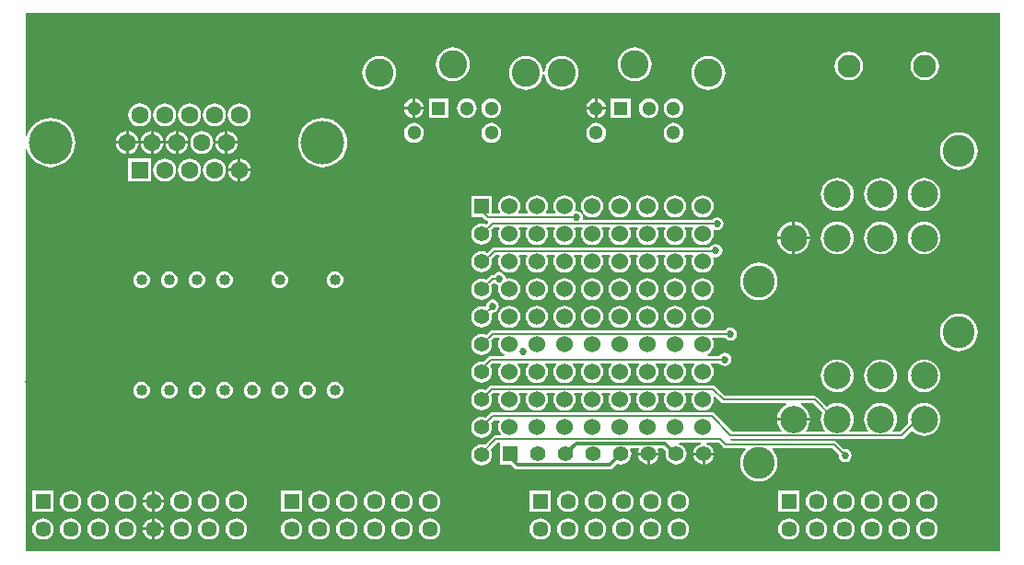
<source format=gbl>
%FSLAX25Y25*%
%MOIN*%
G70*
G01*
G75*
G04 Layer_Physical_Order=2*
G04 Layer_Color=16711680*
%ADD10R,0.03150X0.03347*%
%ADD11R,0.02362X0.04724*%
%ADD12R,0.03347X0.03150*%
%ADD13R,0.08661X0.11024*%
%ADD14R,0.11024X0.11024*%
%ADD15C,0.00600*%
%ADD16C,0.01200*%
%ADD17C,0.00800*%
%ADD18C,0.06000*%
%ADD19R,0.05500X0.05500*%
%ADD20C,0.05500*%
%ADD21R,0.05500X0.05500*%
%ADD22C,0.05700*%
%ADD23R,0.05700X0.05700*%
%ADD24C,0.10236*%
%ADD25C,0.05118*%
%ADD26R,0.05118X0.05118*%
%ADD27C,0.04000*%
%ADD28C,0.06299*%
%ADD29R,0.06299X0.06299*%
%ADD30C,0.15748*%
%ADD31C,0.11575*%
%ADD32C,0.09843*%
%ADD33C,0.08300*%
%ADD34C,0.02700*%
G36*
X356256Y194300D02*
Y1800D01*
X3756D01*
Y147525D01*
X4250Y147598D01*
X4557Y146588D01*
X5381Y145046D01*
X6490Y143695D01*
X7841Y142586D01*
X9383Y141762D01*
X11056Y141254D01*
X12795Y141083D01*
X14535Y141254D01*
X16208Y141762D01*
X17749Y142586D01*
X19101Y143695D01*
X20209Y145046D01*
X21034Y146588D01*
X21541Y148260D01*
X21712Y150000D01*
X21541Y151740D01*
X21034Y153412D01*
X20209Y154954D01*
X19101Y156305D01*
X17749Y157414D01*
X16208Y158238D01*
X14535Y158746D01*
X12795Y158917D01*
X11056Y158746D01*
X9383Y158238D01*
X7841Y157414D01*
X6490Y156305D01*
X5381Y154954D01*
X4557Y153412D01*
X4250Y152402D01*
X3756Y152475D01*
Y196800D01*
X356256D01*
Y194300D01*
D02*
G37*
%LPC*%
G36*
X228656Y36600D02*
X225439D01*
X225502Y36121D01*
X225880Y35209D01*
X226481Y34426D01*
X227265Y33824D01*
X228177Y33446D01*
X228656Y33384D01*
Y36600D01*
D02*
G37*
G36*
X232872D02*
X229656D01*
Y33384D01*
X230135Y33446D01*
X231047Y33824D01*
X231830Y34426D01*
X232432Y35209D01*
X232809Y36121D01*
X232872Y36600D01*
D02*
G37*
G36*
X53817Y19500D02*
X50500D01*
Y16183D01*
X51005Y16249D01*
X51942Y16637D01*
X52746Y17254D01*
X53363Y18058D01*
X53751Y18995D01*
X53817Y19500D01*
D02*
G37*
G36*
X49500Y23817D02*
X48995Y23751D01*
X48058Y23363D01*
X47254Y22746D01*
X46637Y21942D01*
X46249Y21005D01*
X46183Y20500D01*
X49500D01*
Y23817D01*
D02*
G37*
G36*
X50500D02*
Y20500D01*
X53817D01*
X53751Y21005D01*
X53363Y21942D01*
X52746Y22746D01*
X51942Y23363D01*
X51005Y23751D01*
X50500Y23817D01*
D02*
G37*
G36*
X55680Y63259D02*
X54897Y63156D01*
X54167Y62854D01*
X53541Y62373D01*
X53060Y61746D01*
X52758Y61016D01*
X52654Y60233D01*
X52758Y59450D01*
X53060Y58720D01*
X53541Y58093D01*
X54167Y57613D01*
X54897Y57310D01*
X55680Y57207D01*
X56464Y57310D01*
X57193Y57613D01*
X57820Y58093D01*
X58301Y58720D01*
X58603Y59450D01*
X58706Y60233D01*
X58603Y61016D01*
X58301Y61746D01*
X57820Y62373D01*
X57193Y62854D01*
X56464Y63156D01*
X55680Y63259D01*
D02*
G37*
G36*
X65680D02*
X64897Y63156D01*
X64167Y62854D01*
X63541Y62373D01*
X63060Y61746D01*
X62758Y61016D01*
X62655Y60233D01*
X62758Y59450D01*
X63060Y58720D01*
X63541Y58093D01*
X64167Y57613D01*
X64897Y57310D01*
X65680Y57207D01*
X66464Y57310D01*
X67193Y57613D01*
X67820Y58093D01*
X68301Y58720D01*
X68603Y59450D01*
X68706Y60233D01*
X68603Y61016D01*
X68301Y61746D01*
X67820Y62373D01*
X67193Y62854D01*
X66464Y63156D01*
X65680Y63259D01*
D02*
G37*
G36*
X45680D02*
X44897Y63156D01*
X44168Y62854D01*
X43541Y62373D01*
X43060Y61746D01*
X42758Y61016D01*
X42654Y60233D01*
X42758Y59450D01*
X43060Y58720D01*
X43541Y58093D01*
X44168Y57613D01*
X44897Y57310D01*
X45680Y57207D01*
X46464Y57310D01*
X47193Y57613D01*
X47820Y58093D01*
X48301Y58720D01*
X48603Y59450D01*
X48706Y60233D01*
X48603Y61016D01*
X48301Y61746D01*
X47820Y62373D01*
X47193Y62854D01*
X46464Y63156D01*
X45680Y63259D01*
D02*
G37*
G36*
X248656Y36600D02*
X245439D01*
X245502Y36121D01*
X245880Y35209D01*
X246481Y34426D01*
X247265Y33824D01*
X248177Y33446D01*
X248656Y33384D01*
Y36600D01*
D02*
G37*
G36*
X252872D02*
X249656D01*
Y33384D01*
X250135Y33446D01*
X251047Y33824D01*
X251830Y34426D01*
X252432Y35209D01*
X252809Y36121D01*
X252872Y36600D01*
D02*
G37*
G36*
X49500Y19500D02*
X46183D01*
X46249Y18995D01*
X46637Y18058D01*
X47254Y17254D01*
X48058Y16637D01*
X48995Y16249D01*
X49500Y16183D01*
Y19500D01*
D02*
G37*
G36*
X310000Y23883D02*
X308995Y23751D01*
X308058Y23363D01*
X307254Y22746D01*
X306637Y21942D01*
X306249Y21005D01*
X306117Y20000D01*
X306249Y18995D01*
X306637Y18058D01*
X307254Y17254D01*
X308058Y16637D01*
X308995Y16249D01*
X310000Y16117D01*
X311005Y16249D01*
X311942Y16637D01*
X312746Y17254D01*
X313363Y18058D01*
X313751Y18995D01*
X313883Y20000D01*
X313751Y21005D01*
X313363Y21942D01*
X312746Y22746D01*
X311942Y23363D01*
X311005Y23751D01*
X310000Y23883D01*
D02*
G37*
G36*
X320000D02*
X318995Y23751D01*
X318058Y23363D01*
X317254Y22746D01*
X316637Y21942D01*
X316249Y21005D01*
X316117Y20000D01*
X316249Y18995D01*
X316637Y18058D01*
X317254Y17254D01*
X318058Y16637D01*
X318995Y16249D01*
X320000Y16117D01*
X321005Y16249D01*
X321942Y16637D01*
X322746Y17254D01*
X323363Y18058D01*
X323751Y18995D01*
X323883Y20000D01*
X323751Y21005D01*
X323363Y21942D01*
X322746Y22746D01*
X321942Y23363D01*
X321005Y23751D01*
X320000Y23883D01*
D02*
G37*
G36*
X300000D02*
X298995Y23751D01*
X298058Y23363D01*
X297254Y22746D01*
X296637Y21942D01*
X296249Y21005D01*
X296117Y20000D01*
X296249Y18995D01*
X296637Y18058D01*
X297254Y17254D01*
X298058Y16637D01*
X298995Y16249D01*
X300000Y16117D01*
X301005Y16249D01*
X301942Y16637D01*
X302746Y17254D01*
X303363Y18058D01*
X303751Y18995D01*
X303883Y20000D01*
X303751Y21005D01*
X303363Y21942D01*
X302746Y22746D01*
X301942Y23363D01*
X301005Y23751D01*
X300000Y23883D01*
D02*
G37*
G36*
X240000D02*
X238995Y23751D01*
X238058Y23363D01*
X237254Y22746D01*
X236637Y21942D01*
X236249Y21005D01*
X236117Y20000D01*
X236249Y18995D01*
X236637Y18058D01*
X237254Y17254D01*
X238058Y16637D01*
X238995Y16249D01*
X240000Y16117D01*
X241005Y16249D01*
X241942Y16637D01*
X242746Y17254D01*
X243363Y18058D01*
X243751Y18995D01*
X243883Y20000D01*
X243751Y21005D01*
X243363Y21942D01*
X242746Y22746D01*
X241942Y23363D01*
X241005Y23751D01*
X240000Y23883D01*
D02*
G37*
G36*
X290000D02*
X288995Y23751D01*
X288058Y23363D01*
X287254Y22746D01*
X286637Y21942D01*
X286249Y21005D01*
X286117Y20000D01*
X286249Y18995D01*
X286637Y18058D01*
X287254Y17254D01*
X288058Y16637D01*
X288995Y16249D01*
X290000Y16117D01*
X291005Y16249D01*
X291942Y16637D01*
X292746Y17254D01*
X293363Y18058D01*
X293751Y18995D01*
X293883Y20000D01*
X293751Y21005D01*
X293363Y21942D01*
X292746Y22746D01*
X291942Y23363D01*
X291005Y23751D01*
X290000Y23883D01*
D02*
G37*
G36*
X193850Y23850D02*
X186150D01*
Y16150D01*
X193850D01*
Y23850D01*
D02*
G37*
G36*
X283850D02*
X276150D01*
Y16150D01*
X283850D01*
Y23850D01*
D02*
G37*
G36*
X103850D02*
X96150D01*
Y16150D01*
X103850D01*
Y23850D01*
D02*
G37*
G36*
X330000Y23883D02*
X328995Y23751D01*
X328058Y23363D01*
X327254Y22746D01*
X326637Y21942D01*
X326249Y21005D01*
X326117Y20000D01*
X326249Y18995D01*
X326637Y18058D01*
X327254Y17254D01*
X328058Y16637D01*
X328995Y16249D01*
X330000Y16117D01*
X331005Y16249D01*
X331942Y16637D01*
X332746Y17254D01*
X333363Y18058D01*
X333751Y18995D01*
X333883Y20000D01*
X333751Y21005D01*
X333363Y21942D01*
X332746Y22746D01*
X331942Y23363D01*
X331005Y23751D01*
X330000Y23883D01*
D02*
G37*
G36*
X13850Y23850D02*
X6150D01*
Y16150D01*
X13850D01*
Y23850D01*
D02*
G37*
G36*
X208756Y90834D02*
X207712Y90697D01*
X206739Y90294D01*
X205903Y89653D01*
X205262Y88817D01*
X204859Y87844D01*
X204721Y86800D01*
X204859Y85756D01*
X205262Y84783D01*
X205903Y83947D01*
X206739Y83306D01*
X207712Y82903D01*
X208756Y82766D01*
X209800Y82903D01*
X210773Y83306D01*
X211609Y83947D01*
X212250Y84783D01*
X212653Y85756D01*
X212790Y86800D01*
X212653Y87844D01*
X212250Y88817D01*
X211609Y89653D01*
X210773Y90294D01*
X209800Y90697D01*
X208756Y90834D01*
D02*
G37*
G36*
X218756D02*
X217712Y90697D01*
X216739Y90294D01*
X215903Y89653D01*
X215262Y88817D01*
X214859Y87844D01*
X214721Y86800D01*
X214859Y85756D01*
X215262Y84783D01*
X215903Y83947D01*
X216739Y83306D01*
X217712Y82903D01*
X218756Y82766D01*
X219800Y82903D01*
X220773Y83306D01*
X221609Y83947D01*
X222250Y84783D01*
X222653Y85756D01*
X222790Y86800D01*
X222653Y87844D01*
X222250Y88817D01*
X221609Y89653D01*
X220773Y90294D01*
X219800Y90697D01*
X218756Y90834D01*
D02*
G37*
G36*
X198756D02*
X197712Y90697D01*
X196739Y90294D01*
X195903Y89653D01*
X195262Y88817D01*
X194859Y87844D01*
X194721Y86800D01*
X194859Y85756D01*
X195262Y84783D01*
X195903Y83947D01*
X196739Y83306D01*
X197712Y82903D01*
X198756Y82766D01*
X199800Y82903D01*
X200773Y83306D01*
X201609Y83947D01*
X202250Y84783D01*
X202653Y85756D01*
X202790Y86800D01*
X202653Y87844D01*
X202250Y88817D01*
X201609Y89653D01*
X200773Y90294D01*
X199800Y90697D01*
X198756Y90834D01*
D02*
G37*
G36*
X178756D02*
X177712Y90697D01*
X176739Y90294D01*
X175903Y89653D01*
X175262Y88817D01*
X174859Y87844D01*
X174721Y86800D01*
X174859Y85756D01*
X175262Y84783D01*
X175903Y83947D01*
X176739Y83306D01*
X177712Y82903D01*
X178756Y82766D01*
X179800Y82903D01*
X180773Y83306D01*
X181609Y83947D01*
X182250Y84783D01*
X182653Y85756D01*
X182790Y86800D01*
X182653Y87844D01*
X182250Y88817D01*
X181609Y89653D01*
X180773Y90294D01*
X179800Y90697D01*
X178756Y90834D01*
D02*
G37*
G36*
X188756D02*
X187712Y90697D01*
X186739Y90294D01*
X185903Y89653D01*
X185262Y88817D01*
X184859Y87844D01*
X184721Y86800D01*
X184859Y85756D01*
X185262Y84783D01*
X185903Y83947D01*
X186739Y83306D01*
X187712Y82903D01*
X188756Y82766D01*
X189800Y82903D01*
X190773Y83306D01*
X191609Y83947D01*
X192250Y84783D01*
X192653Y85756D01*
X192790Y86800D01*
X192653Y87844D01*
X192250Y88817D01*
X191609Y89653D01*
X190773Y90294D01*
X189800Y90697D01*
X188756Y90834D01*
D02*
G37*
G36*
X228756D02*
X227712Y90697D01*
X226739Y90294D01*
X225903Y89653D01*
X225262Y88817D01*
X224859Y87844D01*
X224721Y86800D01*
X224859Y85756D01*
X225262Y84783D01*
X225903Y83947D01*
X226739Y83306D01*
X227712Y82903D01*
X228756Y82766D01*
X229800Y82903D01*
X230773Y83306D01*
X231609Y83947D01*
X232250Y84783D01*
X232653Y85756D01*
X232790Y86800D01*
X232653Y87844D01*
X232250Y88817D01*
X231609Y89653D01*
X230773Y90294D01*
X229800Y90697D01*
X228756Y90834D01*
D02*
G37*
G36*
X188756Y100835D02*
X187712Y100697D01*
X186739Y100294D01*
X185903Y99653D01*
X185262Y98817D01*
X184859Y97844D01*
X184721Y96800D01*
X184859Y95756D01*
X185262Y94783D01*
X185903Y93947D01*
X186739Y93306D01*
X187712Y92903D01*
X188756Y92765D01*
X189800Y92903D01*
X190773Y93306D01*
X191609Y93947D01*
X192250Y94783D01*
X192653Y95756D01*
X192790Y96800D01*
X192653Y97844D01*
X192250Y98817D01*
X191609Y99653D01*
X190773Y100294D01*
X189800Y100697D01*
X188756Y100835D01*
D02*
G37*
G36*
X198756D02*
X197712Y100697D01*
X196739Y100294D01*
X195903Y99653D01*
X195262Y98817D01*
X194859Y97844D01*
X194721Y96800D01*
X194859Y95756D01*
X195262Y94783D01*
X195903Y93947D01*
X196739Y93306D01*
X197712Y92903D01*
X198756Y92765D01*
X199800Y92903D01*
X200773Y93306D01*
X201609Y93947D01*
X202250Y94783D01*
X202653Y95756D01*
X202790Y96800D01*
X202653Y97844D01*
X202250Y98817D01*
X201609Y99653D01*
X200773Y100294D01*
X199800Y100697D01*
X198756Y100835D01*
D02*
G37*
G36*
X172656Y93096D02*
X171739Y92914D01*
X170962Y92394D01*
X170442Y91617D01*
X170260Y90700D01*
X170260Y90700D01*
X170260Y90700D01*
X170260Y90698D01*
X169856Y90403D01*
X169735Y90453D01*
X168756Y90582D01*
X167777Y90453D01*
X166865Y90076D01*
X166081Y89474D01*
X165480Y88691D01*
X165102Y87779D01*
X164973Y86800D01*
X165102Y85821D01*
X165480Y84909D01*
X166081Y84126D01*
X166865Y83524D01*
X167777Y83147D01*
X168756Y83018D01*
X169735Y83147D01*
X170647Y83524D01*
X171430Y84126D01*
X172031Y84909D01*
X172409Y85821D01*
X172538Y86800D01*
X172409Y87779D01*
X172359Y87901D01*
X172654Y88304D01*
X172656Y88304D01*
X172656Y88304D01*
Y88304D01*
X173573Y88486D01*
X174350Y89006D01*
X174870Y89783D01*
X175052Y90700D01*
X174870Y91617D01*
X174350Y92394D01*
X173573Y92914D01*
X172656Y93096D01*
D02*
G37*
G36*
X238756Y90834D02*
X237712Y90697D01*
X236739Y90294D01*
X235903Y89653D01*
X235262Y88817D01*
X234859Y87844D01*
X234721Y86800D01*
X234859Y85756D01*
X235262Y84783D01*
X235903Y83947D01*
X236739Y83306D01*
X237712Y82903D01*
X238756Y82766D01*
X239800Y82903D01*
X240773Y83306D01*
X241609Y83947D01*
X242250Y84783D01*
X242653Y85756D01*
X242790Y86800D01*
X242653Y87844D01*
X242250Y88817D01*
X241609Y89653D01*
X240773Y90294D01*
X239800Y90697D01*
X238756Y90834D01*
D02*
G37*
G36*
X248756D02*
X247712Y90697D01*
X246739Y90294D01*
X245903Y89653D01*
X245262Y88817D01*
X244859Y87844D01*
X244721Y86800D01*
X244859Y85756D01*
X245262Y84783D01*
X245903Y83947D01*
X246739Y83306D01*
X247712Y82903D01*
X248756Y82766D01*
X249800Y82903D01*
X250773Y83306D01*
X251609Y83947D01*
X252250Y84783D01*
X252653Y85756D01*
X252790Y86800D01*
X252653Y87844D01*
X252250Y88817D01*
X251609Y89653D01*
X250773Y90294D01*
X249800Y90697D01*
X248756Y90834D01*
D02*
G37*
G36*
X105680Y63259D02*
X104897Y63156D01*
X104167Y62854D01*
X103541Y62373D01*
X103060Y61746D01*
X102758Y61016D01*
X102655Y60233D01*
X102758Y59450D01*
X103060Y58720D01*
X103541Y58093D01*
X104167Y57613D01*
X104897Y57310D01*
X105680Y57207D01*
X106464Y57310D01*
X107193Y57613D01*
X107820Y58093D01*
X108301Y58720D01*
X108603Y59450D01*
X108706Y60233D01*
X108603Y61016D01*
X108301Y61746D01*
X107820Y62373D01*
X107193Y62854D01*
X106464Y63156D01*
X105680Y63259D01*
D02*
G37*
G36*
X115680D02*
X114897Y63156D01*
X114167Y62854D01*
X113541Y62373D01*
X113060Y61746D01*
X112758Y61016D01*
X112654Y60233D01*
X112758Y59450D01*
X113060Y58720D01*
X113541Y58093D01*
X114167Y57613D01*
X114897Y57310D01*
X115680Y57207D01*
X116464Y57310D01*
X117193Y57613D01*
X117820Y58093D01*
X118301Y58720D01*
X118603Y59450D01*
X118706Y60233D01*
X118603Y61016D01*
X118301Y61746D01*
X117820Y62373D01*
X117193Y62854D01*
X116464Y63156D01*
X115680Y63259D01*
D02*
G37*
G36*
X95680D02*
X94897Y63156D01*
X94168Y62854D01*
X93541Y62373D01*
X93060Y61746D01*
X92758Y61016D01*
X92655Y60233D01*
X92758Y59450D01*
X93060Y58720D01*
X93541Y58093D01*
X94168Y57613D01*
X94897Y57310D01*
X95680Y57207D01*
X96464Y57310D01*
X97193Y57613D01*
X97820Y58093D01*
X98301Y58720D01*
X98603Y59450D01*
X98706Y60233D01*
X98603Y61016D01*
X98301Y61746D01*
X97820Y62373D01*
X97193Y62854D01*
X96464Y63156D01*
X95680Y63259D01*
D02*
G37*
G36*
X75680D02*
X74897Y63156D01*
X74168Y62854D01*
X73541Y62373D01*
X73060Y61746D01*
X72758Y61016D01*
X72654Y60233D01*
X72758Y59450D01*
X73060Y58720D01*
X73541Y58093D01*
X74168Y57613D01*
X74897Y57310D01*
X75680Y57207D01*
X76464Y57310D01*
X77193Y57613D01*
X77820Y58093D01*
X78301Y58720D01*
X78603Y59450D01*
X78706Y60233D01*
X78603Y61016D01*
X78301Y61746D01*
X77820Y62373D01*
X77193Y62854D01*
X76464Y63156D01*
X75680Y63259D01*
D02*
G37*
G36*
X85680D02*
X84897Y63156D01*
X84167Y62854D01*
X83541Y62373D01*
X83060Y61746D01*
X82758Y61016D01*
X82655Y60233D01*
X82758Y59450D01*
X83060Y58720D01*
X83541Y58093D01*
X84167Y57613D01*
X84897Y57310D01*
X85680Y57207D01*
X86464Y57310D01*
X87193Y57613D01*
X87820Y58093D01*
X88301Y58720D01*
X88603Y59450D01*
X88706Y60233D01*
X88603Y61016D01*
X88301Y61746D01*
X87820Y62373D01*
X87193Y62854D01*
X86464Y63156D01*
X85680Y63259D01*
D02*
G37*
G36*
X297448Y71398D02*
X296287Y71284D01*
X295171Y70945D01*
X294142Y70395D01*
X293241Y69655D01*
X292501Y68754D01*
X291951Y67725D01*
X291612Y66609D01*
X291498Y65448D01*
X291612Y64287D01*
X291951Y63171D01*
X292501Y62142D01*
X293241Y61241D01*
X294142Y60501D01*
X295171Y59951D01*
X296287Y59613D01*
X297448Y59498D01*
X298609Y59613D01*
X299725Y59951D01*
X300754Y60501D01*
X301655Y61241D01*
X302395Y62142D01*
X302945Y63171D01*
X303284Y64287D01*
X303398Y65448D01*
X303284Y66609D01*
X302945Y67725D01*
X302395Y68754D01*
X301655Y69655D01*
X300754Y70395D01*
X299725Y70945D01*
X298609Y71284D01*
X297448Y71398D01*
D02*
G37*
G36*
X341543Y88016D02*
X340212Y87885D01*
X338932Y87497D01*
X337753Y86867D01*
X336720Y86019D01*
X335872Y84985D01*
X335241Y83806D01*
X334853Y82527D01*
X334722Y81196D01*
X334853Y79865D01*
X335241Y78586D01*
X335872Y77407D01*
X336720Y76373D01*
X337753Y75525D01*
X338932Y74895D01*
X340212Y74507D01*
X341543Y74376D01*
X342873Y74507D01*
X344152Y74895D01*
X345332Y75525D01*
X346365Y76373D01*
X347213Y77407D01*
X347844Y78586D01*
X348232Y79865D01*
X348363Y81196D01*
X348232Y82527D01*
X347844Y83806D01*
X347213Y84985D01*
X346365Y86019D01*
X345332Y86867D01*
X344152Y87497D01*
X342873Y87885D01*
X341543Y88016D01*
D02*
G37*
G36*
X258856Y82996D02*
X257939Y82814D01*
X257162Y82294D01*
X256982Y82025D01*
X172656D01*
X172149Y81925D01*
X171719Y81637D01*
X170301Y80219D01*
X169735Y80453D01*
X168756Y80582D01*
X167777Y80453D01*
X166865Y80076D01*
X166081Y79475D01*
X165480Y78691D01*
X165102Y77779D01*
X164973Y76800D01*
X165102Y75821D01*
X165480Y74909D01*
X166081Y74125D01*
X166865Y73524D01*
X167777Y73146D01*
X168756Y73018D01*
X169735Y73146D01*
X170647Y73524D01*
X171430Y74125D01*
X172031Y74909D01*
X172409Y75821D01*
X172538Y76800D01*
X172409Y77779D01*
X172175Y78345D01*
X173205Y79374D01*
X175124D01*
X175345Y78926D01*
X175262Y78817D01*
X174859Y77844D01*
X174721Y76800D01*
X174859Y75756D01*
X175262Y74783D01*
X175903Y73947D01*
X176739Y73306D01*
X176956Y73216D01*
X176859Y72725D01*
X172156D01*
X171649Y72625D01*
X171219Y72337D01*
X169381Y70500D01*
X168756Y70582D01*
X167777Y70454D01*
X166865Y70076D01*
X166081Y69475D01*
X165480Y68691D01*
X165102Y67779D01*
X164973Y66800D01*
X165102Y65821D01*
X165480Y64909D01*
X166081Y64126D01*
X166865Y63524D01*
X167777Y63147D01*
X168756Y63018D01*
X169735Y63147D01*
X170647Y63524D01*
X171430Y64126D01*
X172031Y64909D01*
X172409Y65821D01*
X172538Y66800D01*
X172409Y67779D01*
X172031Y68691D01*
X171723Y69093D01*
X172705Y70074D01*
X175661D01*
X175882Y69626D01*
X175262Y68817D01*
X174859Y67844D01*
X174721Y66800D01*
X174859Y65756D01*
X175262Y64783D01*
X175903Y63947D01*
X176739Y63306D01*
X177712Y62903D01*
X178756Y62766D01*
X179800Y62903D01*
X180773Y63306D01*
X181609Y63947D01*
X182250Y64783D01*
X182653Y65756D01*
X182790Y66800D01*
X182653Y67844D01*
X182250Y68817D01*
X181629Y69626D01*
X181850Y70074D01*
X185661D01*
X185882Y69626D01*
X185262Y68817D01*
X184859Y67844D01*
X184721Y66800D01*
X184859Y65756D01*
X185262Y64783D01*
X185903Y63947D01*
X186739Y63306D01*
X187712Y62903D01*
X188756Y62766D01*
X189800Y62903D01*
X190773Y63306D01*
X191609Y63947D01*
X192250Y64783D01*
X192653Y65756D01*
X192790Y66800D01*
X192653Y67844D01*
X192250Y68817D01*
X191629Y69626D01*
X191850Y70074D01*
X195661D01*
X195882Y69626D01*
X195262Y68817D01*
X194859Y67844D01*
X194721Y66800D01*
X194859Y65756D01*
X195262Y64783D01*
X195903Y63947D01*
X196739Y63306D01*
X197712Y62903D01*
X198756Y62766D01*
X199800Y62903D01*
X200773Y63306D01*
X201609Y63947D01*
X202250Y64783D01*
X202653Y65756D01*
X202790Y66800D01*
X202653Y67844D01*
X202250Y68817D01*
X201629Y69626D01*
X201850Y70074D01*
X205661D01*
X205883Y69626D01*
X205262Y68817D01*
X204859Y67844D01*
X204721Y66800D01*
X204859Y65756D01*
X205262Y64783D01*
X205903Y63947D01*
X206739Y63306D01*
X207712Y62903D01*
X208756Y62766D01*
X209800Y62903D01*
X210773Y63306D01*
X211609Y63947D01*
X212250Y64783D01*
X212653Y65756D01*
X212790Y66800D01*
X212653Y67844D01*
X212250Y68817D01*
X211629Y69626D01*
X211850Y70074D01*
X215661D01*
X215882Y69626D01*
X215262Y68817D01*
X214859Y67844D01*
X214721Y66800D01*
X214859Y65756D01*
X215262Y64783D01*
X215903Y63947D01*
X216739Y63306D01*
X217712Y62903D01*
X218756Y62766D01*
X219800Y62903D01*
X220773Y63306D01*
X221609Y63947D01*
X222250Y64783D01*
X222653Y65756D01*
X222790Y66800D01*
X222653Y67844D01*
X222250Y68817D01*
X221629Y69626D01*
X221850Y70074D01*
X225661D01*
X225883Y69626D01*
X225262Y68817D01*
X224859Y67844D01*
X224721Y66800D01*
X224859Y65756D01*
X225262Y64783D01*
X225903Y63947D01*
X226739Y63306D01*
X227712Y62903D01*
X228756Y62766D01*
X229800Y62903D01*
X230773Y63306D01*
X231609Y63947D01*
X232250Y64783D01*
X232653Y65756D01*
X232790Y66800D01*
X232653Y67844D01*
X232250Y68817D01*
X231629Y69626D01*
X231850Y70074D01*
X235661D01*
X235882Y69626D01*
X235262Y68817D01*
X234859Y67844D01*
X234721Y66800D01*
X234859Y65756D01*
X235262Y64783D01*
X235903Y63947D01*
X236739Y63306D01*
X237712Y62903D01*
X238756Y62766D01*
X239800Y62903D01*
X240773Y63306D01*
X241609Y63947D01*
X242250Y64783D01*
X242653Y65756D01*
X242790Y66800D01*
X242653Y67844D01*
X242250Y68817D01*
X241629Y69626D01*
X241850Y70074D01*
X245661D01*
X245883Y69626D01*
X245262Y68817D01*
X244859Y67844D01*
X244721Y66800D01*
X244859Y65756D01*
X245262Y64783D01*
X245903Y63947D01*
X246739Y63306D01*
X247712Y62903D01*
X248756Y62766D01*
X249800Y62903D01*
X250773Y63306D01*
X251609Y63947D01*
X252250Y64783D01*
X252653Y65756D01*
X252790Y66800D01*
X252653Y67844D01*
X252250Y68817D01*
X251629Y69626D01*
X251850Y70074D01*
X254915D01*
X255162Y69706D01*
X255939Y69186D01*
X256856Y69004D01*
X257773Y69186D01*
X258550Y69706D01*
X259069Y70483D01*
X259252Y71400D01*
X259069Y72317D01*
X258550Y73094D01*
X257773Y73614D01*
X256856Y73796D01*
X255939Y73614D01*
X255162Y73094D01*
X254915Y72725D01*
X250653D01*
X250555Y73216D01*
X250773Y73306D01*
X251609Y73947D01*
X252250Y74783D01*
X252653Y75756D01*
X252790Y76800D01*
X252653Y77844D01*
X252250Y78817D01*
X252166Y78926D01*
X252387Y79374D01*
X256848D01*
X257162Y78906D01*
X257939Y78386D01*
X258856Y78204D01*
X259773Y78386D01*
X260550Y78906D01*
X261069Y79683D01*
X261252Y80600D01*
X261069Y81517D01*
X260550Y82294D01*
X259773Y82814D01*
X258856Y82996D01*
D02*
G37*
G36*
X252356Y62025D02*
X172356D01*
X171849Y61925D01*
X171419Y61637D01*
X170088Y60307D01*
X169735Y60453D01*
X168756Y60582D01*
X167777Y60453D01*
X166865Y60076D01*
X166081Y59474D01*
X165480Y58691D01*
X165102Y57779D01*
X164973Y56800D01*
X165102Y55821D01*
X165480Y54909D01*
X166081Y54125D01*
X166865Y53524D01*
X167777Y53146D01*
X168756Y53018D01*
X169735Y53146D01*
X170647Y53524D01*
X171430Y54125D01*
X172031Y54909D01*
X172409Y55821D01*
X172538Y56800D01*
X172409Y57779D01*
X172087Y58557D01*
X172905Y59374D01*
X175124D01*
X175345Y58926D01*
X175262Y58817D01*
X174859Y57844D01*
X174721Y56800D01*
X174859Y55756D01*
X175262Y54783D01*
X175903Y53947D01*
X176739Y53306D01*
X177712Y52903D01*
X178756Y52766D01*
X179800Y52903D01*
X180773Y53306D01*
X181609Y53947D01*
X182250Y54783D01*
X182653Y55756D01*
X182790Y56800D01*
X182653Y57844D01*
X182250Y58817D01*
X182166Y58926D01*
X182387Y59374D01*
X185124D01*
X185345Y58926D01*
X185262Y58817D01*
X184859Y57844D01*
X184721Y56800D01*
X184859Y55756D01*
X185262Y54783D01*
X185903Y53947D01*
X186739Y53306D01*
X187712Y52903D01*
X188756Y52766D01*
X189800Y52903D01*
X190773Y53306D01*
X191609Y53947D01*
X192250Y54783D01*
X192653Y55756D01*
X192790Y56800D01*
X192653Y57844D01*
X192250Y58817D01*
X192166Y58926D01*
X192387Y59374D01*
X195124D01*
X195345Y58926D01*
X195262Y58817D01*
X194859Y57844D01*
X194721Y56800D01*
X194859Y55756D01*
X195262Y54783D01*
X195903Y53947D01*
X196739Y53306D01*
X197712Y52903D01*
X198756Y52766D01*
X199800Y52903D01*
X200773Y53306D01*
X201609Y53947D01*
X202250Y54783D01*
X202653Y55756D01*
X202790Y56800D01*
X202653Y57844D01*
X202250Y58817D01*
X202166Y58926D01*
X202387Y59374D01*
X205124D01*
X205345Y58926D01*
X205262Y58817D01*
X204859Y57844D01*
X204721Y56800D01*
X204859Y55756D01*
X205262Y54783D01*
X205903Y53947D01*
X206739Y53306D01*
X207712Y52903D01*
X208756Y52766D01*
X209800Y52903D01*
X210773Y53306D01*
X211609Y53947D01*
X212250Y54783D01*
X212653Y55756D01*
X212790Y56800D01*
X212653Y57844D01*
X212250Y58817D01*
X212166Y58926D01*
X212387Y59374D01*
X215124D01*
X215345Y58926D01*
X215262Y58817D01*
X214859Y57844D01*
X214721Y56800D01*
X214859Y55756D01*
X215262Y54783D01*
X215903Y53947D01*
X216739Y53306D01*
X217712Y52903D01*
X218756Y52766D01*
X219800Y52903D01*
X220773Y53306D01*
X221609Y53947D01*
X222250Y54783D01*
X222653Y55756D01*
X222790Y56800D01*
X222653Y57844D01*
X222250Y58817D01*
X222166Y58926D01*
X222388Y59374D01*
X225124D01*
X225345Y58926D01*
X225262Y58817D01*
X224859Y57844D01*
X224721Y56800D01*
X224859Y55756D01*
X225262Y54783D01*
X225903Y53947D01*
X226739Y53306D01*
X227712Y52903D01*
X228756Y52766D01*
X229800Y52903D01*
X230773Y53306D01*
X231609Y53947D01*
X232250Y54783D01*
X232653Y55756D01*
X232790Y56800D01*
X232653Y57844D01*
X232250Y58817D01*
X232166Y58926D01*
X232387Y59374D01*
X235124D01*
X235345Y58926D01*
X235262Y58817D01*
X234859Y57844D01*
X234721Y56800D01*
X234859Y55756D01*
X235262Y54783D01*
X235903Y53947D01*
X236739Y53306D01*
X237712Y52903D01*
X238756Y52766D01*
X239800Y52903D01*
X240773Y53306D01*
X241609Y53947D01*
X242250Y54783D01*
X242653Y55756D01*
X242790Y56800D01*
X242653Y57844D01*
X242250Y58817D01*
X242166Y58926D01*
X242388Y59374D01*
X245124D01*
X245345Y58926D01*
X245262Y58817D01*
X244859Y57844D01*
X244721Y56800D01*
X244859Y55756D01*
X245262Y54783D01*
X245903Y53947D01*
X246739Y53306D01*
X247712Y52903D01*
X248756Y52766D01*
X249800Y52903D01*
X250773Y53306D01*
X251609Y53947D01*
X252250Y54783D01*
X252653Y55756D01*
X252790Y56800D01*
X252653Y57844D01*
X253137Y58045D01*
X255319Y55863D01*
X255319Y55863D01*
X255319D01*
X255319Y55863D01*
X255319D01*
X255319Y55863D01*
Y55863D01*
Y55863D01*
D01*
D01*
X255319D01*
Y55863D01*
X255749Y55575D01*
X256256Y55475D01*
X278913D01*
X279035Y54989D01*
X278394Y54647D01*
X277493Y53907D01*
X276753Y53006D01*
X276203Y51977D01*
X275864Y50861D01*
X275799Y50200D01*
X287601D01*
X287536Y50861D01*
X287197Y51977D01*
X286647Y53006D01*
X285907Y53907D01*
X285006Y54647D01*
X284365Y54989D01*
X284487Y55475D01*
X288707D01*
X292039Y52142D01*
X291951Y51977D01*
X291612Y50861D01*
X291498Y49700D01*
X291612Y48539D01*
X291951Y47423D01*
X292501Y46394D01*
X293107Y45656D01*
X292893Y45204D01*
X286255D01*
X286041Y45656D01*
X286647Y46394D01*
X287197Y47423D01*
X287536Y48539D01*
X287601Y49200D01*
X275799D01*
X275864Y48539D01*
X276203Y47423D01*
X276753Y46394D01*
X277359Y45656D01*
X277145Y45204D01*
X259549D01*
X252944Y51809D01*
X252481Y52119D01*
X251935Y52227D01*
X251935Y52227D01*
X172756D01*
X172210Y52119D01*
X172024Y51995D01*
X171747Y51809D01*
X171747Y51809D01*
X170199Y50261D01*
X169735Y50454D01*
X168756Y50582D01*
X167777Y50454D01*
X166865Y50076D01*
X166081Y49474D01*
X165480Y48691D01*
X165102Y47779D01*
X164973Y46800D01*
X165102Y45821D01*
X165480Y44909D01*
X166081Y44126D01*
X166865Y43524D01*
X167777Y43146D01*
X168756Y43018D01*
X169735Y43146D01*
X170647Y43524D01*
X171430Y44126D01*
X172031Y44909D01*
X172409Y45821D01*
X172538Y46800D01*
X172409Y47779D01*
X172217Y48243D01*
X173347Y49373D01*
X175123D01*
X175344Y48924D01*
X175262Y48817D01*
X174859Y47844D01*
X174721Y46800D01*
X174859Y45756D01*
X175262Y44783D01*
X175614Y44324D01*
X175393Y43876D01*
X173906D01*
X173399Y43775D01*
X172969Y43487D01*
X169876Y40395D01*
X169735Y40453D01*
X168756Y40582D01*
X167777Y40453D01*
X166865Y40076D01*
X166081Y39474D01*
X165480Y38691D01*
X165102Y37779D01*
X164973Y36800D01*
X165102Y35821D01*
X165480Y34909D01*
X166081Y34126D01*
X166865Y33524D01*
X167777Y33147D01*
X168756Y33018D01*
X169735Y33147D01*
X170647Y33524D01*
X171430Y34126D01*
X172031Y34909D01*
X172409Y35821D01*
X172538Y36800D01*
X172409Y37779D01*
X172031Y38691D01*
X171984Y38753D01*
X174455Y41225D01*
X175406D01*
Y40850D01*
X175406D01*
Y33350D01*
X179299D01*
X180652Y31997D01*
X181182Y31643D01*
X181806Y31519D01*
X215206D01*
X215830Y31643D01*
X216359Y31997D01*
X216359Y31996D01*
X216359Y31997D01*
X217917Y33554D01*
X218177Y33446D01*
X219156Y33318D01*
X220135Y33446D01*
X221047Y33824D01*
X221830Y34426D01*
X222431Y35209D01*
X222809Y36121D01*
X222938Y37100D01*
X222809Y38079D01*
X222431Y38991D01*
X222642Y39419D01*
X225670D01*
X225880Y38991D01*
X225502Y38079D01*
X225439Y37600D01*
X232872D01*
X232809Y38079D01*
X232432Y38991D01*
X232642Y39419D01*
X234330D01*
X235552Y38197D01*
X235502Y38079D01*
X235373Y37100D01*
X235502Y36121D01*
X235880Y35209D01*
X236481Y34426D01*
X237265Y33824D01*
X238177Y33446D01*
X239156Y33318D01*
X240135Y33446D01*
X241047Y33824D01*
X241830Y34426D01*
X242431Y35209D01*
X242809Y36121D01*
X242938Y37100D01*
X242809Y38079D01*
X242431Y38991D01*
X241830Y39775D01*
X241047Y40376D01*
X240182Y40734D01*
X240279Y41225D01*
X248033D01*
X248130Y40734D01*
X247265Y40376D01*
X246481Y39775D01*
X245880Y38991D01*
X245502Y38079D01*
X245439Y37600D01*
X252872D01*
X252809Y38079D01*
X252432Y38991D01*
X251830Y39775D01*
X251047Y40376D01*
X250182Y40734D01*
X250279Y41225D01*
X254596D01*
X256119Y39702D01*
X256549Y39415D01*
X257056Y39314D01*
X264194D01*
X264362Y38843D01*
X264279Y38775D01*
X263431Y37741D01*
X262801Y36562D01*
X262412Y35282D01*
X262281Y33952D01*
X262412Y32621D01*
X262801Y31342D01*
X263431Y30163D01*
X264279Y29129D01*
X265312Y28281D01*
X266492Y27651D01*
X267771Y27263D01*
X269102Y27132D01*
X270432Y27263D01*
X271712Y27651D01*
X272891Y28281D01*
X273924Y29129D01*
X274772Y30163D01*
X275403Y31342D01*
X275791Y32621D01*
X275922Y33952D01*
X275791Y35282D01*
X275403Y36562D01*
X274772Y37741D01*
X273924Y38775D01*
X273841Y38843D01*
X274009Y39314D01*
X295767D01*
X298046Y37035D01*
X297960Y36600D01*
X298142Y35683D01*
X298662Y34906D01*
X299439Y34386D01*
X300356Y34204D01*
X301273Y34386D01*
X302050Y34906D01*
X302570Y35683D01*
X302752Y36600D01*
X302570Y37517D01*
X302050Y38294D01*
X301273Y38814D01*
X300356Y38996D01*
X299921Y38910D01*
X297254Y41577D01*
X296824Y41864D01*
X296317Y41965D01*
X259123D01*
X258941Y42166D01*
X258924Y42335D01*
X258924D01*
X258912Y42462D01*
X258912Y42462D01*
Y42462D01*
X259368Y42553D01*
X320835D01*
X321342Y42654D01*
X321772Y42941D01*
X321772Y42941D01*
X321772Y42941D01*
X324342Y45512D01*
X324737Y45493D01*
X325639Y44753D01*
X326667Y44203D01*
X327783Y43864D01*
X328944Y43750D01*
X330105Y43864D01*
X331221Y44203D01*
X332250Y44753D01*
X333151Y45493D01*
X333891Y46394D01*
X334441Y47423D01*
X334780Y48539D01*
X334894Y49700D01*
X334780Y50861D01*
X334441Y51977D01*
X333891Y53006D01*
X333151Y53907D01*
X332250Y54647D01*
X331221Y55197D01*
X330105Y55536D01*
X328944Y55650D01*
X327783Y55536D01*
X326667Y55197D01*
X325639Y54647D01*
X324737Y53907D01*
X323997Y53006D01*
X323447Y51977D01*
X323109Y50861D01*
X322994Y49700D01*
X323109Y48539D01*
X323228Y48146D01*
X320286Y45204D01*
X317751D01*
X317537Y45656D01*
X318143Y46394D01*
X318693Y47423D01*
X319032Y48539D01*
X319146Y49700D01*
X319032Y50861D01*
X318693Y51977D01*
X318143Y53006D01*
X317403Y53907D01*
X316502Y54647D01*
X315473Y55197D01*
X314357Y55536D01*
X313196Y55650D01*
X312035Y55536D01*
X310919Y55197D01*
X309891Y54647D01*
X308989Y53907D01*
X308249Y53006D01*
X307699Y51977D01*
X307361Y50861D01*
X307246Y49700D01*
X307361Y48539D01*
X307699Y47423D01*
X308249Y46394D01*
X308855Y45656D01*
X308641Y45204D01*
X302003D01*
X301789Y45656D01*
X302395Y46394D01*
X302945Y47423D01*
X303284Y48539D01*
X303398Y49700D01*
X303284Y50861D01*
X302945Y51977D01*
X302395Y53006D01*
X301655Y53907D01*
X300754Y54647D01*
X299725Y55197D01*
X298609Y55536D01*
X297448Y55650D01*
X296287Y55536D01*
X295171Y55197D01*
X294142Y54647D01*
X293671Y54260D01*
X290193Y57737D01*
X289763Y58025D01*
X289256Y58126D01*
X256805D01*
X253293Y61637D01*
X252863Y61925D01*
X252356Y62025D01*
D02*
G37*
G36*
X313196Y71398D02*
X312035Y71284D01*
X310919Y70945D01*
X309891Y70395D01*
X308989Y69655D01*
X308249Y68754D01*
X307699Y67725D01*
X307361Y66609D01*
X307246Y65448D01*
X307361Y64287D01*
X307699Y63171D01*
X308249Y62142D01*
X308989Y61241D01*
X309891Y60501D01*
X310919Y59951D01*
X312035Y59613D01*
X313196Y59498D01*
X314357Y59613D01*
X315473Y59951D01*
X316502Y60501D01*
X317403Y61241D01*
X318143Y62142D01*
X318693Y63171D01*
X319032Y64287D01*
X319146Y65448D01*
X319032Y66609D01*
X318693Y67725D01*
X318143Y68754D01*
X317403Y69655D01*
X316502Y70395D01*
X315473Y70945D01*
X314357Y71284D01*
X313196Y71398D01*
D02*
G37*
G36*
X328944D02*
X327783Y71284D01*
X326667Y70945D01*
X325639Y70395D01*
X324737Y69655D01*
X323997Y68754D01*
X323447Y67725D01*
X323109Y66609D01*
X322994Y65448D01*
X323109Y64287D01*
X323447Y63171D01*
X323997Y62142D01*
X324737Y61241D01*
X325639Y60501D01*
X326667Y59951D01*
X327783Y59613D01*
X328944Y59498D01*
X330105Y59613D01*
X331221Y59951D01*
X332250Y60501D01*
X333151Y61241D01*
X333891Y62142D01*
X334441Y63171D01*
X334780Y64287D01*
X334894Y65448D01*
X334780Y66609D01*
X334441Y67725D01*
X333891Y68754D01*
X333151Y69655D01*
X332250Y70395D01*
X331221Y70945D01*
X330105Y71284D01*
X328944Y71398D01*
D02*
G37*
G36*
X200000Y13883D02*
X198995Y13751D01*
X198058Y13363D01*
X197254Y12746D01*
X196637Y11942D01*
X196249Y11005D01*
X196117Y10000D01*
X196249Y8995D01*
X196637Y8058D01*
X197254Y7254D01*
X198058Y6637D01*
X198995Y6249D01*
X200000Y6117D01*
X201005Y6249D01*
X201942Y6637D01*
X202746Y7254D01*
X203363Y8058D01*
X203751Y8995D01*
X203883Y10000D01*
X203751Y11005D01*
X203363Y11942D01*
X202746Y12746D01*
X201942Y13363D01*
X201005Y13751D01*
X200000Y13883D01*
D02*
G37*
G36*
X210000D02*
X208995Y13751D01*
X208058Y13363D01*
X207254Y12746D01*
X206637Y11942D01*
X206249Y11005D01*
X206117Y10000D01*
X206249Y8995D01*
X206637Y8058D01*
X207254Y7254D01*
X208058Y6637D01*
X208995Y6249D01*
X210000Y6117D01*
X211005Y6249D01*
X211942Y6637D01*
X212746Y7254D01*
X213363Y8058D01*
X213751Y8995D01*
X213883Y10000D01*
X213751Y11005D01*
X213363Y11942D01*
X212746Y12746D01*
X211942Y13363D01*
X211005Y13751D01*
X210000Y13883D01*
D02*
G37*
G36*
X190000D02*
X188995Y13751D01*
X188058Y13363D01*
X187254Y12746D01*
X186637Y11942D01*
X186249Y11005D01*
X186117Y10000D01*
X186249Y8995D01*
X186637Y8058D01*
X187254Y7254D01*
X188058Y6637D01*
X188995Y6249D01*
X190000Y6117D01*
X191005Y6249D01*
X191942Y6637D01*
X192746Y7254D01*
X193363Y8058D01*
X193751Y8995D01*
X193883Y10000D01*
X193751Y11005D01*
X193363Y11942D01*
X192746Y12746D01*
X191942Y13363D01*
X191005Y13751D01*
X190000Y13883D01*
D02*
G37*
G36*
X140000D02*
X138995Y13751D01*
X138058Y13363D01*
X137254Y12746D01*
X136637Y11942D01*
X136249Y11005D01*
X136117Y10000D01*
X136249Y8995D01*
X136637Y8058D01*
X137254Y7254D01*
X138058Y6637D01*
X138995Y6249D01*
X140000Y6117D01*
X141005Y6249D01*
X141942Y6637D01*
X142746Y7254D01*
X143363Y8058D01*
X143751Y8995D01*
X143883Y10000D01*
X143751Y11005D01*
X143363Y11942D01*
X142746Y12746D01*
X141942Y13363D01*
X141005Y13751D01*
X140000Y13883D01*
D02*
G37*
G36*
X150000D02*
X148995Y13751D01*
X148058Y13363D01*
X147254Y12746D01*
X146637Y11942D01*
X146249Y11005D01*
X146117Y10000D01*
X146249Y8995D01*
X146637Y8058D01*
X147254Y7254D01*
X148058Y6637D01*
X148995Y6249D01*
X150000Y6117D01*
X151005Y6249D01*
X151942Y6637D01*
X152746Y7254D01*
X153363Y8058D01*
X153751Y8995D01*
X153883Y10000D01*
X153751Y11005D01*
X153363Y11942D01*
X152746Y12746D01*
X151942Y13363D01*
X151005Y13751D01*
X150000Y13883D01*
D02*
G37*
G36*
X220000D02*
X218995Y13751D01*
X218058Y13363D01*
X217254Y12746D01*
X216637Y11942D01*
X216249Y11005D01*
X216117Y10000D01*
X216249Y8995D01*
X216637Y8058D01*
X217254Y7254D01*
X218058Y6637D01*
X218995Y6249D01*
X220000Y6117D01*
X221005Y6249D01*
X221942Y6637D01*
X222746Y7254D01*
X223363Y8058D01*
X223751Y8995D01*
X223883Y10000D01*
X223751Y11005D01*
X223363Y11942D01*
X222746Y12746D01*
X221942Y13363D01*
X221005Y13751D01*
X220000Y13883D01*
D02*
G37*
G36*
X290000D02*
X288995Y13751D01*
X288058Y13363D01*
X287254Y12746D01*
X286637Y11942D01*
X286249Y11005D01*
X286117Y10000D01*
X286249Y8995D01*
X286637Y8058D01*
X287254Y7254D01*
X288058Y6637D01*
X288995Y6249D01*
X290000Y6117D01*
X291005Y6249D01*
X291942Y6637D01*
X292746Y7254D01*
X293363Y8058D01*
X293751Y8995D01*
X293883Y10000D01*
X293751Y11005D01*
X293363Y11942D01*
X292746Y12746D01*
X291942Y13363D01*
X291005Y13751D01*
X290000Y13883D01*
D02*
G37*
G36*
X300000D02*
X298995Y13751D01*
X298058Y13363D01*
X297254Y12746D01*
X296637Y11942D01*
X296249Y11005D01*
X296117Y10000D01*
X296249Y8995D01*
X296637Y8058D01*
X297254Y7254D01*
X298058Y6637D01*
X298995Y6249D01*
X300000Y6117D01*
X301005Y6249D01*
X301942Y6637D01*
X302746Y7254D01*
X303363Y8058D01*
X303751Y8995D01*
X303883Y10000D01*
X303751Y11005D01*
X303363Y11942D01*
X302746Y12746D01*
X301942Y13363D01*
X301005Y13751D01*
X300000Y13883D01*
D02*
G37*
G36*
X280000D02*
X278995Y13751D01*
X278058Y13363D01*
X277254Y12746D01*
X276637Y11942D01*
X276249Y11005D01*
X276117Y10000D01*
X276249Y8995D01*
X276637Y8058D01*
X277254Y7254D01*
X278058Y6637D01*
X278995Y6249D01*
X280000Y6117D01*
X281005Y6249D01*
X281942Y6637D01*
X282746Y7254D01*
X283363Y8058D01*
X283751Y8995D01*
X283883Y10000D01*
X283751Y11005D01*
X283363Y11942D01*
X282746Y12746D01*
X281942Y13363D01*
X281005Y13751D01*
X280000Y13883D01*
D02*
G37*
G36*
X230000D02*
X228995Y13751D01*
X228058Y13363D01*
X227254Y12746D01*
X226637Y11942D01*
X226249Y11005D01*
X226117Y10000D01*
X226249Y8995D01*
X226637Y8058D01*
X227254Y7254D01*
X228058Y6637D01*
X228995Y6249D01*
X230000Y6117D01*
X231005Y6249D01*
X231942Y6637D01*
X232746Y7254D01*
X233363Y8058D01*
X233751Y8995D01*
X233883Y10000D01*
X233751Y11005D01*
X233363Y11942D01*
X232746Y12746D01*
X231942Y13363D01*
X231005Y13751D01*
X230000Y13883D01*
D02*
G37*
G36*
X240000D02*
X238995Y13751D01*
X238058Y13363D01*
X237254Y12746D01*
X236637Y11942D01*
X236249Y11005D01*
X236117Y10000D01*
X236249Y8995D01*
X236637Y8058D01*
X237254Y7254D01*
X238058Y6637D01*
X238995Y6249D01*
X240000Y6117D01*
X241005Y6249D01*
X241942Y6637D01*
X242746Y7254D01*
X243363Y8058D01*
X243751Y8995D01*
X243883Y10000D01*
X243751Y11005D01*
X243363Y11942D01*
X242746Y12746D01*
X241942Y13363D01*
X241005Y13751D01*
X240000Y13883D01*
D02*
G37*
G36*
X40000D02*
X38995Y13751D01*
X38058Y13363D01*
X37254Y12746D01*
X36637Y11942D01*
X36249Y11005D01*
X36117Y10000D01*
X36249Y8995D01*
X36637Y8058D01*
X37254Y7254D01*
X38058Y6637D01*
X38995Y6249D01*
X40000Y6117D01*
X41005Y6249D01*
X41942Y6637D01*
X42746Y7254D01*
X43363Y8058D01*
X43751Y8995D01*
X43883Y10000D01*
X43751Y11005D01*
X43363Y11942D01*
X42746Y12746D01*
X41942Y13363D01*
X41005Y13751D01*
X40000Y13883D01*
D02*
G37*
G36*
X60000D02*
X58995Y13751D01*
X58058Y13363D01*
X57254Y12746D01*
X56637Y11942D01*
X56249Y11005D01*
X56117Y10000D01*
X56249Y8995D01*
X56637Y8058D01*
X57254Y7254D01*
X58058Y6637D01*
X58995Y6249D01*
X60000Y6117D01*
X61005Y6249D01*
X61942Y6637D01*
X62746Y7254D01*
X63363Y8058D01*
X63751Y8995D01*
X63883Y10000D01*
X63751Y11005D01*
X63363Y11942D01*
X62746Y12746D01*
X61942Y13363D01*
X61005Y13751D01*
X60000Y13883D01*
D02*
G37*
G36*
X30000D02*
X28995Y13751D01*
X28058Y13363D01*
X27254Y12746D01*
X26637Y11942D01*
X26249Y11005D01*
X26117Y10000D01*
X26249Y8995D01*
X26637Y8058D01*
X27254Y7254D01*
X28058Y6637D01*
X28995Y6249D01*
X30000Y6117D01*
X31005Y6249D01*
X31942Y6637D01*
X32746Y7254D01*
X33363Y8058D01*
X33751Y8995D01*
X33883Y10000D01*
X33751Y11005D01*
X33363Y11942D01*
X32746Y12746D01*
X31942Y13363D01*
X31005Y13751D01*
X30000Y13883D01*
D02*
G37*
G36*
X10000D02*
X8995Y13751D01*
X8058Y13363D01*
X7254Y12746D01*
X6637Y11942D01*
X6249Y11005D01*
X6117Y10000D01*
X6249Y8995D01*
X6637Y8058D01*
X7254Y7254D01*
X8058Y6637D01*
X8995Y6249D01*
X10000Y6117D01*
X11005Y6249D01*
X11942Y6637D01*
X12746Y7254D01*
X13363Y8058D01*
X13751Y8995D01*
X13883Y10000D01*
X13751Y11005D01*
X13363Y11942D01*
X12746Y12746D01*
X11942Y13363D01*
X11005Y13751D01*
X10000Y13883D01*
D02*
G37*
G36*
X20000D02*
X18995Y13751D01*
X18058Y13363D01*
X17254Y12746D01*
X16637Y11942D01*
X16249Y11005D01*
X16117Y10000D01*
X16249Y8995D01*
X16637Y8058D01*
X17254Y7254D01*
X18058Y6637D01*
X18995Y6249D01*
X20000Y6117D01*
X21005Y6249D01*
X21942Y6637D01*
X22746Y7254D01*
X23363Y8058D01*
X23751Y8995D01*
X23883Y10000D01*
X23751Y11005D01*
X23363Y11942D01*
X22746Y12746D01*
X21942Y13363D01*
X21005Y13751D01*
X20000Y13883D01*
D02*
G37*
G36*
X70000D02*
X68995Y13751D01*
X68058Y13363D01*
X67254Y12746D01*
X66637Y11942D01*
X66249Y11005D01*
X66117Y10000D01*
X66249Y8995D01*
X66637Y8058D01*
X67254Y7254D01*
X68058Y6637D01*
X68995Y6249D01*
X70000Y6117D01*
X71005Y6249D01*
X71942Y6637D01*
X72746Y7254D01*
X73363Y8058D01*
X73751Y8995D01*
X73883Y10000D01*
X73751Y11005D01*
X73363Y11942D01*
X72746Y12746D01*
X71942Y13363D01*
X71005Y13751D01*
X70000Y13883D01*
D02*
G37*
G36*
X120000D02*
X118995Y13751D01*
X118058Y13363D01*
X117254Y12746D01*
X116637Y11942D01*
X116249Y11005D01*
X116117Y10000D01*
X116249Y8995D01*
X116637Y8058D01*
X117254Y7254D01*
X118058Y6637D01*
X118995Y6249D01*
X120000Y6117D01*
X121005Y6249D01*
X121942Y6637D01*
X122746Y7254D01*
X123363Y8058D01*
X123751Y8995D01*
X123883Y10000D01*
X123751Y11005D01*
X123363Y11942D01*
X122746Y12746D01*
X121942Y13363D01*
X121005Y13751D01*
X120000Y13883D01*
D02*
G37*
G36*
X130000D02*
X128995Y13751D01*
X128058Y13363D01*
X127254Y12746D01*
X126637Y11942D01*
X126249Y11005D01*
X126117Y10000D01*
X126249Y8995D01*
X126637Y8058D01*
X127254Y7254D01*
X128058Y6637D01*
X128995Y6249D01*
X130000Y6117D01*
X131005Y6249D01*
X131942Y6637D01*
X132746Y7254D01*
X133363Y8058D01*
X133751Y8995D01*
X133883Y10000D01*
X133751Y11005D01*
X133363Y11942D01*
X132746Y12746D01*
X131942Y13363D01*
X131005Y13751D01*
X130000Y13883D01*
D02*
G37*
G36*
X110000D02*
X108995Y13751D01*
X108058Y13363D01*
X107254Y12746D01*
X106637Y11942D01*
X106249Y11005D01*
X106117Y10000D01*
X106249Y8995D01*
X106637Y8058D01*
X107254Y7254D01*
X108058Y6637D01*
X108995Y6249D01*
X110000Y6117D01*
X111005Y6249D01*
X111942Y6637D01*
X112746Y7254D01*
X113363Y8058D01*
X113751Y8995D01*
X113883Y10000D01*
X113751Y11005D01*
X113363Y11942D01*
X112746Y12746D01*
X111942Y13363D01*
X111005Y13751D01*
X110000Y13883D01*
D02*
G37*
G36*
X80000D02*
X78995Y13751D01*
X78058Y13363D01*
X77254Y12746D01*
X76637Y11942D01*
X76249Y11005D01*
X76117Y10000D01*
X76249Y8995D01*
X76637Y8058D01*
X77254Y7254D01*
X78058Y6637D01*
X78995Y6249D01*
X80000Y6117D01*
X81005Y6249D01*
X81942Y6637D01*
X82746Y7254D01*
X83363Y8058D01*
X83751Y8995D01*
X83883Y10000D01*
X83751Y11005D01*
X83363Y11942D01*
X82746Y12746D01*
X81942Y13363D01*
X81005Y13751D01*
X80000Y13883D01*
D02*
G37*
G36*
X100000D02*
X98995Y13751D01*
X98058Y13363D01*
X97254Y12746D01*
X96637Y11942D01*
X96249Y11005D01*
X96117Y10000D01*
X96249Y8995D01*
X96637Y8058D01*
X97254Y7254D01*
X98058Y6637D01*
X98995Y6249D01*
X100000Y6117D01*
X101005Y6249D01*
X101942Y6637D01*
X102746Y7254D01*
X103363Y8058D01*
X103751Y8995D01*
X103883Y10000D01*
X103751Y11005D01*
X103363Y11942D01*
X102746Y12746D01*
X101942Y13363D01*
X101005Y13751D01*
X100000Y13883D01*
D02*
G37*
G36*
X120000Y23883D02*
X118995Y23751D01*
X118058Y23363D01*
X117254Y22746D01*
X116637Y21942D01*
X116249Y21005D01*
X116117Y20000D01*
X116249Y18995D01*
X116637Y18058D01*
X117254Y17254D01*
X118058Y16637D01*
X118995Y16249D01*
X120000Y16117D01*
X121005Y16249D01*
X121942Y16637D01*
X122746Y17254D01*
X123363Y18058D01*
X123751Y18995D01*
X123883Y20000D01*
X123751Y21005D01*
X123363Y21942D01*
X122746Y22746D01*
X121942Y23363D01*
X121005Y23751D01*
X120000Y23883D01*
D02*
G37*
G36*
X130000D02*
X128995Y23751D01*
X128058Y23363D01*
X127254Y22746D01*
X126637Y21942D01*
X126249Y21005D01*
X126117Y20000D01*
X126249Y18995D01*
X126637Y18058D01*
X127254Y17254D01*
X128058Y16637D01*
X128995Y16249D01*
X130000Y16117D01*
X131005Y16249D01*
X131942Y16637D01*
X132746Y17254D01*
X133363Y18058D01*
X133751Y18995D01*
X133883Y20000D01*
X133751Y21005D01*
X133363Y21942D01*
X132746Y22746D01*
X131942Y23363D01*
X131005Y23751D01*
X130000Y23883D01*
D02*
G37*
G36*
X110000D02*
X108995Y23751D01*
X108058Y23363D01*
X107254Y22746D01*
X106637Y21942D01*
X106249Y21005D01*
X106117Y20000D01*
X106249Y18995D01*
X106637Y18058D01*
X107254Y17254D01*
X108058Y16637D01*
X108995Y16249D01*
X110000Y16117D01*
X111005Y16249D01*
X111942Y16637D01*
X112746Y17254D01*
X113363Y18058D01*
X113751Y18995D01*
X113883Y20000D01*
X113751Y21005D01*
X113363Y21942D01*
X112746Y22746D01*
X111942Y23363D01*
X111005Y23751D01*
X110000Y23883D01*
D02*
G37*
G36*
X70000D02*
X68995Y23751D01*
X68058Y23363D01*
X67254Y22746D01*
X66637Y21942D01*
X66249Y21005D01*
X66117Y20000D01*
X66249Y18995D01*
X66637Y18058D01*
X67254Y17254D01*
X68058Y16637D01*
X68995Y16249D01*
X70000Y16117D01*
X71005Y16249D01*
X71942Y16637D01*
X72746Y17254D01*
X73363Y18058D01*
X73751Y18995D01*
X73883Y20000D01*
X73751Y21005D01*
X73363Y21942D01*
X72746Y22746D01*
X71942Y23363D01*
X71005Y23751D01*
X70000Y23883D01*
D02*
G37*
G36*
X80000D02*
X78995Y23751D01*
X78058Y23363D01*
X77254Y22746D01*
X76637Y21942D01*
X76249Y21005D01*
X76117Y20000D01*
X76249Y18995D01*
X76637Y18058D01*
X77254Y17254D01*
X78058Y16637D01*
X78995Y16249D01*
X80000Y16117D01*
X81005Y16249D01*
X81942Y16637D01*
X82746Y17254D01*
X83363Y18058D01*
X83751Y18995D01*
X83883Y20000D01*
X83751Y21005D01*
X83363Y21942D01*
X82746Y22746D01*
X81942Y23363D01*
X81005Y23751D01*
X80000Y23883D01*
D02*
G37*
G36*
X140000D02*
X138995Y23751D01*
X138058Y23363D01*
X137254Y22746D01*
X136637Y21942D01*
X136249Y21005D01*
X136117Y20000D01*
X136249Y18995D01*
X136637Y18058D01*
X137254Y17254D01*
X138058Y16637D01*
X138995Y16249D01*
X140000Y16117D01*
X141005Y16249D01*
X141942Y16637D01*
X142746Y17254D01*
X143363Y18058D01*
X143751Y18995D01*
X143883Y20000D01*
X143751Y21005D01*
X143363Y21942D01*
X142746Y22746D01*
X141942Y23363D01*
X141005Y23751D01*
X140000Y23883D01*
D02*
G37*
G36*
X220000D02*
X218995Y23751D01*
X218058Y23363D01*
X217254Y22746D01*
X216637Y21942D01*
X216249Y21005D01*
X216117Y20000D01*
X216249Y18995D01*
X216637Y18058D01*
X217254Y17254D01*
X218058Y16637D01*
X218995Y16249D01*
X220000Y16117D01*
X221005Y16249D01*
X221942Y16637D01*
X222746Y17254D01*
X223363Y18058D01*
X223751Y18995D01*
X223883Y20000D01*
X223751Y21005D01*
X223363Y21942D01*
X222746Y22746D01*
X221942Y23363D01*
X221005Y23751D01*
X220000Y23883D01*
D02*
G37*
G36*
X230000D02*
X228995Y23751D01*
X228058Y23363D01*
X227254Y22746D01*
X226637Y21942D01*
X226249Y21005D01*
X226117Y20000D01*
X226249Y18995D01*
X226637Y18058D01*
X227254Y17254D01*
X228058Y16637D01*
X228995Y16249D01*
X230000Y16117D01*
X231005Y16249D01*
X231942Y16637D01*
X232746Y17254D01*
X233363Y18058D01*
X233751Y18995D01*
X233883Y20000D01*
X233751Y21005D01*
X233363Y21942D01*
X232746Y22746D01*
X231942Y23363D01*
X231005Y23751D01*
X230000Y23883D01*
D02*
G37*
G36*
X210000D02*
X208995Y23751D01*
X208058Y23363D01*
X207254Y22746D01*
X206637Y21942D01*
X206249Y21005D01*
X206117Y20000D01*
X206249Y18995D01*
X206637Y18058D01*
X207254Y17254D01*
X208058Y16637D01*
X208995Y16249D01*
X210000Y16117D01*
X211005Y16249D01*
X211942Y16637D01*
X212746Y17254D01*
X213363Y18058D01*
X213751Y18995D01*
X213883Y20000D01*
X213751Y21005D01*
X213363Y21942D01*
X212746Y22746D01*
X211942Y23363D01*
X211005Y23751D01*
X210000Y23883D01*
D02*
G37*
G36*
X150000D02*
X148995Y23751D01*
X148058Y23363D01*
X147254Y22746D01*
X146637Y21942D01*
X146249Y21005D01*
X146117Y20000D01*
X146249Y18995D01*
X146637Y18058D01*
X147254Y17254D01*
X148058Y16637D01*
X148995Y16249D01*
X150000Y16117D01*
X151005Y16249D01*
X151942Y16637D01*
X152746Y17254D01*
X153363Y18058D01*
X153751Y18995D01*
X153883Y20000D01*
X153751Y21005D01*
X153363Y21942D01*
X152746Y22746D01*
X151942Y23363D01*
X151005Y23751D01*
X150000Y23883D01*
D02*
G37*
G36*
X200000D02*
X198995Y23751D01*
X198058Y23363D01*
X197254Y22746D01*
X196637Y21942D01*
X196249Y21005D01*
X196117Y20000D01*
X196249Y18995D01*
X196637Y18058D01*
X197254Y17254D01*
X198058Y16637D01*
X198995Y16249D01*
X200000Y16117D01*
X201005Y16249D01*
X201942Y16637D01*
X202746Y17254D01*
X203363Y18058D01*
X203751Y18995D01*
X203883Y20000D01*
X203751Y21005D01*
X203363Y21942D01*
X202746Y22746D01*
X201942Y23363D01*
X201005Y23751D01*
X200000Y23883D01*
D02*
G37*
G36*
X49500Y9500D02*
X46183D01*
X46249Y8995D01*
X46637Y8058D01*
X47254Y7254D01*
X48058Y6637D01*
X48995Y6249D01*
X49500Y6183D01*
Y9500D01*
D02*
G37*
G36*
X53817D02*
X50500D01*
Y6183D01*
X51005Y6249D01*
X51942Y6637D01*
X52746Y7254D01*
X53363Y8058D01*
X53751Y8995D01*
X53817Y9500D01*
D02*
G37*
G36*
X330000Y13883D02*
X328995Y13751D01*
X328058Y13363D01*
X327254Y12746D01*
X326637Y11942D01*
X326249Y11005D01*
X326117Y10000D01*
X326249Y8995D01*
X326637Y8058D01*
X327254Y7254D01*
X328058Y6637D01*
X328995Y6249D01*
X330000Y6117D01*
X331005Y6249D01*
X331942Y6637D01*
X332746Y7254D01*
X333363Y8058D01*
X333751Y8995D01*
X333883Y10000D01*
X333751Y11005D01*
X333363Y11942D01*
X332746Y12746D01*
X331942Y13363D01*
X331005Y13751D01*
X330000Y13883D01*
D02*
G37*
G36*
X310000D02*
X308995Y13751D01*
X308058Y13363D01*
X307254Y12746D01*
X306637Y11942D01*
X306249Y11005D01*
X306117Y10000D01*
X306249Y8995D01*
X306637Y8058D01*
X307254Y7254D01*
X308058Y6637D01*
X308995Y6249D01*
X310000Y6117D01*
X311005Y6249D01*
X311942Y6637D01*
X312746Y7254D01*
X313363Y8058D01*
X313751Y8995D01*
X313883Y10000D01*
X313751Y11005D01*
X313363Y11942D01*
X312746Y12746D01*
X311942Y13363D01*
X311005Y13751D01*
X310000Y13883D01*
D02*
G37*
G36*
X320000D02*
X318995Y13751D01*
X318058Y13363D01*
X317254Y12746D01*
X316637Y11942D01*
X316249Y11005D01*
X316117Y10000D01*
X316249Y8995D01*
X316637Y8058D01*
X317254Y7254D01*
X318058Y6637D01*
X318995Y6249D01*
X320000Y6117D01*
X321005Y6249D01*
X321942Y6637D01*
X322746Y7254D01*
X323363Y8058D01*
X323751Y8995D01*
X323883Y10000D01*
X323751Y11005D01*
X323363Y11942D01*
X322746Y12746D01*
X321942Y13363D01*
X321005Y13751D01*
X320000Y13883D01*
D02*
G37*
G36*
X49500Y13817D02*
X48995Y13751D01*
X48058Y13363D01*
X47254Y12746D01*
X46637Y11942D01*
X46249Y11005D01*
X46183Y10500D01*
X49500D01*
Y13817D01*
D02*
G37*
G36*
X40000Y23883D02*
X38995Y23751D01*
X38058Y23363D01*
X37254Y22746D01*
X36637Y21942D01*
X36249Y21005D01*
X36117Y20000D01*
X36249Y18995D01*
X36637Y18058D01*
X37254Y17254D01*
X38058Y16637D01*
X38995Y16249D01*
X40000Y16117D01*
X41005Y16249D01*
X41942Y16637D01*
X42746Y17254D01*
X43363Y18058D01*
X43751Y18995D01*
X43883Y20000D01*
X43751Y21005D01*
X43363Y21942D01*
X42746Y22746D01*
X41942Y23363D01*
X41005Y23751D01*
X40000Y23883D01*
D02*
G37*
G36*
X60000D02*
X58995Y23751D01*
X58058Y23363D01*
X57254Y22746D01*
X56637Y21942D01*
X56249Y21005D01*
X56117Y20000D01*
X56249Y18995D01*
X56637Y18058D01*
X57254Y17254D01*
X58058Y16637D01*
X58995Y16249D01*
X60000Y16117D01*
X61005Y16249D01*
X61942Y16637D01*
X62746Y17254D01*
X63363Y18058D01*
X63751Y18995D01*
X63883Y20000D01*
X63751Y21005D01*
X63363Y21942D01*
X62746Y22746D01*
X61942Y23363D01*
X61005Y23751D01*
X60000Y23883D01*
D02*
G37*
G36*
X30000D02*
X28995Y23751D01*
X28058Y23363D01*
X27254Y22746D01*
X26637Y21942D01*
X26249Y21005D01*
X26117Y20000D01*
X26249Y18995D01*
X26637Y18058D01*
X27254Y17254D01*
X28058Y16637D01*
X28995Y16249D01*
X30000Y16117D01*
X31005Y16249D01*
X31942Y16637D01*
X32746Y17254D01*
X33363Y18058D01*
X33751Y18995D01*
X33883Y20000D01*
X33751Y21005D01*
X33363Y21942D01*
X32746Y22746D01*
X31942Y23363D01*
X31005Y23751D01*
X30000Y23883D01*
D02*
G37*
G36*
X50500Y13817D02*
Y10500D01*
X53817D01*
X53751Y11005D01*
X53363Y11942D01*
X52746Y12746D01*
X51942Y13363D01*
X51005Y13751D01*
X50500Y13817D01*
D02*
G37*
G36*
X20000Y23883D02*
X18995Y23751D01*
X18058Y23363D01*
X17254Y22746D01*
X16637Y21942D01*
X16249Y21005D01*
X16117Y20000D01*
X16249Y18995D01*
X16637Y18058D01*
X17254Y17254D01*
X18058Y16637D01*
X18995Y16249D01*
X20000Y16117D01*
X21005Y16249D01*
X21942Y16637D01*
X22746Y17254D01*
X23363Y18058D01*
X23751Y18995D01*
X23883Y20000D01*
X23751Y21005D01*
X23363Y21942D01*
X22746Y22746D01*
X21942Y23363D01*
X21005Y23751D01*
X20000Y23883D01*
D02*
G37*
G36*
X58965Y154120D02*
Y150500D01*
X62584D01*
X62507Y151083D01*
X62089Y152093D01*
X61424Y152960D01*
X60557Y153625D01*
X59548Y154043D01*
X58965Y154120D01*
D02*
G37*
G36*
X75917D02*
X75334Y154043D01*
X74325Y153625D01*
X73458Y152960D01*
X72793Y152093D01*
X72374Y151083D01*
X72298Y150500D01*
X75917D01*
Y154120D01*
D02*
G37*
G36*
X57965D02*
X57381Y154043D01*
X56372Y153625D01*
X55505Y152960D01*
X54840Y152093D01*
X54422Y151083D01*
X54345Y150500D01*
X57965D01*
Y154120D01*
D02*
G37*
G36*
X48988D02*
X48405Y154043D01*
X47396Y153625D01*
X46529Y152960D01*
X45864Y152093D01*
X45445Y151083D01*
X45369Y150500D01*
X48988D01*
Y154120D01*
D02*
G37*
G36*
X49988D02*
Y150500D01*
X53608D01*
X53531Y151083D01*
X53113Y152093D01*
X52448Y152960D01*
X51581Y153625D01*
X50571Y154043D01*
X49988Y154120D01*
D02*
G37*
G36*
X63032Y164185D02*
X61948Y164043D01*
X60939Y163625D01*
X60072Y162960D01*
X59407Y162093D01*
X58989Y161083D01*
X58846Y160000D01*
X58989Y158917D01*
X59407Y157907D01*
X60072Y157041D01*
X60939Y156375D01*
X61948Y155957D01*
X63032Y155815D01*
X64115Y155957D01*
X65124Y156375D01*
X65991Y157041D01*
X66656Y157907D01*
X67074Y158917D01*
X67217Y160000D01*
X67074Y161083D01*
X66656Y162093D01*
X65991Y162960D01*
X65124Y163625D01*
X64115Y164043D01*
X63032Y164185D01*
D02*
G37*
G36*
X72047D02*
X70964Y164043D01*
X69955Y163625D01*
X69088Y162960D01*
X68423Y162093D01*
X68004Y161083D01*
X67862Y160000D01*
X68004Y158917D01*
X68423Y157907D01*
X69088Y157041D01*
X69955Y156375D01*
X70964Y155957D01*
X72047Y155815D01*
X73131Y155957D01*
X74140Y156375D01*
X75007Y157041D01*
X75672Y157907D01*
X76090Y158917D01*
X76233Y160000D01*
X76090Y161083D01*
X75672Y162093D01*
X75007Y162960D01*
X74140Y163625D01*
X73131Y164043D01*
X72047Y164185D01*
D02*
G37*
G36*
X54016D02*
X52933Y164043D01*
X51923Y163625D01*
X51056Y162960D01*
X50391Y162093D01*
X49973Y161083D01*
X49830Y160000D01*
X49973Y158917D01*
X50391Y157907D01*
X51056Y157041D01*
X51923Y156375D01*
X52933Y155957D01*
X54016Y155815D01*
X55099Y155957D01*
X56108Y156375D01*
X56975Y157041D01*
X57640Y157907D01*
X58059Y158917D01*
X58201Y160000D01*
X58059Y161083D01*
X57640Y162093D01*
X56975Y162960D01*
X56108Y163625D01*
X55099Y164043D01*
X54016Y164185D01*
D02*
G37*
G36*
X76917Y154120D02*
Y150500D01*
X80537D01*
X80460Y151083D01*
X80042Y152093D01*
X79377Y152960D01*
X78510Y153625D01*
X77501Y154043D01*
X76917Y154120D01*
D02*
G37*
G36*
X45000Y164185D02*
X43917Y164043D01*
X42907Y163625D01*
X42041Y162960D01*
X41375Y162093D01*
X40957Y161083D01*
X40815Y160000D01*
X40957Y158917D01*
X41375Y157907D01*
X42041Y157041D01*
X42907Y156375D01*
X43917Y155957D01*
X45000Y155815D01*
X46083Y155957D01*
X47093Y156375D01*
X47960Y157041D01*
X48625Y157907D01*
X49043Y158917D01*
X49185Y160000D01*
X49043Y161083D01*
X48625Y162093D01*
X47960Y162960D01*
X47093Y163625D01*
X46083Y164043D01*
X45000Y164185D01*
D02*
G37*
G36*
X41012Y154120D02*
Y150500D01*
X44631D01*
X44555Y151083D01*
X44137Y152093D01*
X43471Y152960D01*
X42605Y153625D01*
X41595Y154043D01*
X41012Y154120D01*
D02*
G37*
G36*
X75917Y149500D02*
X72298D01*
X72374Y148917D01*
X72793Y147907D01*
X73458Y147040D01*
X74325Y146375D01*
X75334Y145957D01*
X75917Y145880D01*
Y149500D01*
D02*
G37*
G36*
X80537D02*
X76917D01*
Y145880D01*
X77501Y145957D01*
X78510Y146375D01*
X79377Y147040D01*
X80042Y147907D01*
X80460Y148917D01*
X80537Y149500D01*
D02*
G37*
G36*
X62584D02*
X58965D01*
Y145880D01*
X59548Y145957D01*
X60557Y146375D01*
X61424Y147040D01*
X62089Y147907D01*
X62507Y148917D01*
X62584Y149500D01*
D02*
G37*
G36*
X53608D02*
X49988D01*
Y145880D01*
X50571Y145957D01*
X51581Y146375D01*
X52448Y147040D01*
X53113Y147907D01*
X53531Y148917D01*
X53608Y149500D01*
D02*
G37*
G36*
X57965D02*
X54345D01*
X54422Y148917D01*
X54840Y147907D01*
X55505Y147040D01*
X56372Y146375D01*
X57381Y145957D01*
X57965Y145880D01*
Y149500D01*
D02*
G37*
G36*
X238216Y157090D02*
X237287Y156967D01*
X236421Y156609D01*
X235677Y156038D01*
X235107Y155295D01*
X234748Y154429D01*
X234626Y153500D01*
X234748Y152571D01*
X235107Y151705D01*
X235677Y150962D01*
X236421Y150391D01*
X237287Y150033D01*
X238216Y149910D01*
X239145Y150033D01*
X240011Y150391D01*
X240754Y150962D01*
X241325Y151705D01*
X241683Y152571D01*
X241806Y153500D01*
X241683Y154429D01*
X241325Y155295D01*
X240754Y156038D01*
X240011Y156609D01*
X239145Y156967D01*
X238216Y157090D01*
D02*
G37*
G36*
X40012Y154120D02*
X39429Y154043D01*
X38419Y153625D01*
X37552Y152960D01*
X36887Y152093D01*
X36469Y151083D01*
X36392Y150500D01*
X40012D01*
Y154120D01*
D02*
G37*
G36*
X210184Y157090D02*
X209255Y156967D01*
X208389Y156609D01*
X207646Y156038D01*
X207075Y155295D01*
X206717Y154429D01*
X206594Y153500D01*
X206717Y152571D01*
X207075Y151705D01*
X207646Y150962D01*
X208389Y150391D01*
X209255Y150033D01*
X210184Y149910D01*
X211113Y150033D01*
X211979Y150391D01*
X212723Y150962D01*
X213293Y151705D01*
X213652Y152571D01*
X213774Y153500D01*
X213652Y154429D01*
X213293Y155295D01*
X212723Y156038D01*
X211979Y156609D01*
X211113Y156967D01*
X210184Y157090D01*
D02*
G37*
G36*
X144284D02*
X143355Y156967D01*
X142489Y156609D01*
X141746Y156038D01*
X141175Y155295D01*
X140817Y154429D01*
X140694Y153500D01*
X140817Y152571D01*
X141175Y151705D01*
X141746Y150962D01*
X142489Y150391D01*
X143355Y150033D01*
X144284Y149910D01*
X145213Y150033D01*
X146079Y150391D01*
X146823Y150962D01*
X147393Y151705D01*
X147752Y152571D01*
X147874Y153500D01*
X147752Y154429D01*
X147393Y155295D01*
X146823Y156038D01*
X146079Y156609D01*
X145213Y156967D01*
X144284Y157090D01*
D02*
G37*
G36*
X172316D02*
X171387Y156967D01*
X170521Y156609D01*
X169777Y156038D01*
X169207Y155295D01*
X168848Y154429D01*
X168726Y153500D01*
X168848Y152571D01*
X169207Y151705D01*
X169777Y150962D01*
X170521Y150391D01*
X171387Y150033D01*
X172316Y149910D01*
X173245Y150033D01*
X174111Y150391D01*
X174854Y150962D01*
X175425Y151705D01*
X175783Y152571D01*
X175906Y153500D01*
X175783Y154429D01*
X175425Y155295D01*
X174854Y156038D01*
X174111Y156609D01*
X173245Y156967D01*
X172316Y157090D01*
D02*
G37*
G36*
X81063Y164185D02*
X79980Y164043D01*
X78970Y163625D01*
X78104Y162960D01*
X77438Y162093D01*
X77020Y161083D01*
X76878Y160000D01*
X77020Y158917D01*
X77438Y157907D01*
X78104Y157041D01*
X78970Y156375D01*
X79980Y155957D01*
X81063Y155815D01*
X82146Y155957D01*
X83156Y156375D01*
X84022Y157041D01*
X84688Y157907D01*
X85106Y158917D01*
X85248Y160000D01*
X85106Y161083D01*
X84688Y162093D01*
X84022Y162960D01*
X83156Y163625D01*
X82146Y164043D01*
X81063Y164185D01*
D02*
G37*
G36*
X131725Y181301D02*
X130526Y181183D01*
X129373Y180833D01*
X128310Y180265D01*
X127378Y179501D01*
X126614Y178569D01*
X126046Y177506D01*
X125696Y176353D01*
X125577Y175154D01*
X125696Y173954D01*
X126046Y172801D01*
X126614Y171738D01*
X127378Y170806D01*
X128310Y170042D01*
X129373Y169474D01*
X130526Y169124D01*
X131725Y169006D01*
X132925Y169124D01*
X134078Y169474D01*
X135141Y170042D01*
X136072Y170806D01*
X136837Y171738D01*
X137405Y172801D01*
X137755Y173954D01*
X137873Y175154D01*
X137755Y176353D01*
X137405Y177506D01*
X136837Y178569D01*
X136072Y179501D01*
X135141Y180265D01*
X134078Y180833D01*
X132925Y181183D01*
X131725Y181301D01*
D02*
G37*
G36*
X250775D02*
X249575Y181183D01*
X248422Y180833D01*
X247359Y180265D01*
X246428Y179501D01*
X245663Y178569D01*
X245095Y177506D01*
X244745Y176353D01*
X244627Y175154D01*
X244745Y173954D01*
X245095Y172801D01*
X245663Y171738D01*
X246428Y170806D01*
X247359Y170042D01*
X248422Y169474D01*
X249575Y169124D01*
X250775Y169006D01*
X251974Y169124D01*
X253127Y169474D01*
X254190Y170042D01*
X255122Y170806D01*
X255886Y171738D01*
X256454Y172801D01*
X256804Y173954D01*
X256923Y175154D01*
X256804Y176353D01*
X256454Y177506D01*
X255886Y178569D01*
X255122Y179501D01*
X254190Y180265D01*
X253127Y180833D01*
X251974Y181183D01*
X250775Y181301D01*
D02*
G37*
G36*
X210684Y165922D02*
Y162898D01*
X213708D01*
X213652Y163327D01*
X213293Y164192D01*
X212723Y164936D01*
X211979Y165506D01*
X211113Y165865D01*
X210684Y165922D01*
D02*
G37*
G36*
X144784D02*
Y162898D01*
X147808D01*
X147752Y163327D01*
X147393Y164192D01*
X146823Y164936D01*
X146079Y165506D01*
X145213Y165865D01*
X144784Y165922D01*
D02*
G37*
G36*
X209684D02*
X209255Y165865D01*
X208389Y165506D01*
X207646Y164936D01*
X207075Y164192D01*
X206717Y163327D01*
X206660Y162898D01*
X209684D01*
Y165922D01*
D02*
G37*
G36*
X329221Y182894D02*
X327876Y182717D01*
X326623Y182199D01*
X325547Y181373D01*
X324722Y180297D01*
X324203Y179044D01*
X324026Y177700D01*
X324203Y176356D01*
X324722Y175103D01*
X325547Y174027D01*
X326623Y173202D01*
X327876Y172683D01*
X329221Y172506D01*
X330565Y172683D01*
X331818Y173202D01*
X332893Y174027D01*
X333719Y175103D01*
X334238Y176356D01*
X334415Y177700D01*
X334238Y179044D01*
X333719Y180297D01*
X332893Y181373D01*
X331818Y182199D01*
X330565Y182717D01*
X329221Y182894D01*
D02*
G37*
G36*
X197625Y181301D02*
X196426Y181183D01*
X195273Y180833D01*
X194210Y180265D01*
X193278Y179501D01*
X192514Y178569D01*
X191946Y177506D01*
X191596Y176353D01*
X191500Y175382D01*
X191000D01*
X190904Y176353D01*
X190554Y177506D01*
X189986Y178569D01*
X189222Y179501D01*
X188290Y180265D01*
X187227Y180833D01*
X186074Y181183D01*
X184875Y181301D01*
X183675Y181183D01*
X182522Y180833D01*
X181459Y180265D01*
X180528Y179501D01*
X179763Y178569D01*
X179195Y177506D01*
X178845Y176353D01*
X178727Y175154D01*
X178845Y173954D01*
X179195Y172801D01*
X179763Y171738D01*
X180528Y170806D01*
X181459Y170042D01*
X182522Y169474D01*
X183675Y169124D01*
X184875Y169006D01*
X186074Y169124D01*
X187227Y169474D01*
X188290Y170042D01*
X189222Y170806D01*
X189986Y171738D01*
X190554Y172801D01*
X190904Y173954D01*
X191000Y174925D01*
X191500D01*
X191596Y173954D01*
X191946Y172801D01*
X192514Y171738D01*
X193278Y170806D01*
X194210Y170042D01*
X195273Y169474D01*
X196426Y169124D01*
X197625Y169006D01*
X198825Y169124D01*
X199978Y169474D01*
X201041Y170042D01*
X201972Y170806D01*
X202737Y171738D01*
X203305Y172801D01*
X203655Y173954D01*
X203773Y175154D01*
X203655Y176353D01*
X203305Y177506D01*
X202737Y178569D01*
X201972Y179501D01*
X201041Y180265D01*
X199978Y180833D01*
X198825Y181183D01*
X197625Y181301D01*
D02*
G37*
G36*
X301661Y182894D02*
X300317Y182717D01*
X299064Y182199D01*
X297988Y181373D01*
X297163Y180297D01*
X296644Y179044D01*
X296467Y177700D01*
X296644Y176356D01*
X297163Y175103D01*
X297988Y174027D01*
X299064Y173202D01*
X300317Y172683D01*
X301661Y172506D01*
X303006Y172683D01*
X304259Y173202D01*
X305334Y174027D01*
X306160Y175103D01*
X306679Y176356D01*
X306856Y177700D01*
X306679Y179044D01*
X306160Y180297D01*
X305334Y181373D01*
X304259Y182199D01*
X303006Y182717D01*
X301661Y182894D01*
D02*
G37*
G36*
X158300Y184451D02*
X157101Y184333D01*
X155947Y183983D01*
X154885Y183415D01*
X153953Y182650D01*
X153188Y181719D01*
X152620Y180656D01*
X152270Y179502D01*
X152152Y178303D01*
X152270Y177104D01*
X152620Y175951D01*
X153188Y174888D01*
X153953Y173956D01*
X154885Y173191D01*
X155947Y172623D01*
X157101Y172274D01*
X158300Y172155D01*
X159499Y172274D01*
X160653Y172623D01*
X161715Y173191D01*
X162647Y173956D01*
X163412Y174888D01*
X163980Y175951D01*
X164330Y177104D01*
X164448Y178303D01*
X164330Y179502D01*
X163980Y180656D01*
X163412Y181719D01*
X162647Y182650D01*
X161715Y183415D01*
X160653Y183983D01*
X159499Y184333D01*
X158300Y184451D01*
D02*
G37*
G36*
X224200D02*
X223001Y184333D01*
X221847Y183983D01*
X220784Y183415D01*
X219853Y182650D01*
X219088Y181719D01*
X218520Y180656D01*
X218170Y179502D01*
X218052Y178303D01*
X218170Y177104D01*
X218520Y175951D01*
X219088Y174888D01*
X219853Y173956D01*
X220784Y173191D01*
X221847Y172623D01*
X223001Y172274D01*
X224200Y172155D01*
X225399Y172274D01*
X226553Y172623D01*
X227615Y173191D01*
X228547Y173956D01*
X229312Y174888D01*
X229880Y175951D01*
X230230Y177104D01*
X230348Y178303D01*
X230230Y179502D01*
X229880Y180656D01*
X229312Y181719D01*
X228547Y182650D01*
X227615Y183415D01*
X226553Y183983D01*
X225399Y184333D01*
X224200Y184451D01*
D02*
G37*
G36*
X143784Y165922D02*
X143355Y165865D01*
X142489Y165506D01*
X141746Y164936D01*
X141175Y164192D01*
X140817Y163327D01*
X140760Y162898D01*
X143784D01*
Y165922D01*
D02*
G37*
G36*
X238216Y165987D02*
X237287Y165865D01*
X236421Y165506D01*
X235677Y164936D01*
X235107Y164192D01*
X234748Y163327D01*
X234626Y162398D01*
X234748Y161469D01*
X235107Y160603D01*
X235677Y159859D01*
X236421Y159289D01*
X237287Y158930D01*
X238216Y158808D01*
X239145Y158930D01*
X240011Y159289D01*
X240754Y159859D01*
X241325Y160603D01*
X241683Y161469D01*
X241806Y162398D01*
X241683Y163327D01*
X241325Y164192D01*
X240754Y164936D01*
X240011Y165506D01*
X239145Y165865D01*
X238216Y165987D01*
D02*
G37*
G36*
X156741Y165957D02*
X149623D01*
Y158839D01*
X156741D01*
Y165957D01*
D02*
G37*
G36*
X229318Y165987D02*
X228389Y165865D01*
X227523Y165506D01*
X226780Y164936D01*
X226209Y164192D01*
X225851Y163327D01*
X225728Y162398D01*
X225851Y161469D01*
X226209Y160603D01*
X226780Y159859D01*
X227523Y159289D01*
X228389Y158930D01*
X229318Y158808D01*
X230247Y158930D01*
X231113Y159289D01*
X231856Y159859D01*
X232427Y160603D01*
X232786Y161469D01*
X232908Y162398D01*
X232786Y163327D01*
X232427Y164192D01*
X231856Y164936D01*
X231113Y165506D01*
X230247Y165865D01*
X229318Y165987D01*
D02*
G37*
G36*
X163418D02*
X162489Y165865D01*
X161623Y165506D01*
X160880Y164936D01*
X160309Y164192D01*
X159951Y163327D01*
X159828Y162398D01*
X159951Y161469D01*
X160309Y160603D01*
X160880Y159859D01*
X161623Y159289D01*
X162489Y158930D01*
X163418Y158808D01*
X164347Y158930D01*
X165213Y159289D01*
X165956Y159859D01*
X166527Y160603D01*
X166885Y161469D01*
X167008Y162398D01*
X166885Y163327D01*
X166527Y164192D01*
X165956Y164936D01*
X165213Y165506D01*
X164347Y165865D01*
X163418Y165987D01*
D02*
G37*
G36*
X172316D02*
X171387Y165865D01*
X170521Y165506D01*
X169777Y164936D01*
X169207Y164192D01*
X168848Y163327D01*
X168726Y162398D01*
X168848Y161469D01*
X169207Y160603D01*
X169777Y159859D01*
X170521Y159289D01*
X171387Y158930D01*
X172316Y158808D01*
X173245Y158930D01*
X174111Y159289D01*
X174854Y159859D01*
X175425Y160603D01*
X175783Y161469D01*
X175906Y162398D01*
X175783Y163327D01*
X175425Y164192D01*
X174854Y164936D01*
X174111Y165506D01*
X173245Y165865D01*
X172316Y165987D01*
D02*
G37*
G36*
X209684Y161898D02*
X206660D01*
X206717Y161469D01*
X207075Y160603D01*
X207646Y159859D01*
X208389Y159289D01*
X209255Y158930D01*
X209684Y158874D01*
Y161898D01*
D02*
G37*
G36*
X213708D02*
X210684D01*
Y158874D01*
X211113Y158930D01*
X211979Y159289D01*
X212723Y159859D01*
X213293Y160603D01*
X213652Y161469D01*
X213708Y161898D01*
D02*
G37*
G36*
X147808D02*
X144784D01*
Y158874D01*
X145213Y158930D01*
X146079Y159289D01*
X146823Y159859D01*
X147393Y160603D01*
X147752Y161469D01*
X147808Y161898D01*
D02*
G37*
G36*
X222641Y165957D02*
X215523D01*
Y158839D01*
X222641D01*
Y165957D01*
D02*
G37*
G36*
X143784Y161898D02*
X140760D01*
X140817Y161469D01*
X141175Y160603D01*
X141746Y159859D01*
X142489Y159289D01*
X143355Y158930D01*
X143784Y158874D01*
Y161898D01*
D02*
G37*
G36*
X48988Y149500D02*
X45369D01*
X45445Y148917D01*
X45864Y147907D01*
X46529Y147040D01*
X47396Y146375D01*
X48405Y145957D01*
X48988Y145880D01*
Y149500D01*
D02*
G37*
G36*
X313196Y121350D02*
X312035Y121236D01*
X310919Y120897D01*
X309891Y120347D01*
X308989Y119607D01*
X308249Y118706D01*
X307699Y117677D01*
X307361Y116561D01*
X307246Y115400D01*
X307361Y114239D01*
X307699Y113123D01*
X308249Y112094D01*
X308989Y111193D01*
X309891Y110453D01*
X310919Y109903D01*
X312035Y109564D01*
X313196Y109450D01*
X314357Y109564D01*
X315473Y109903D01*
X316502Y110453D01*
X317403Y111193D01*
X318143Y112094D01*
X318693Y113123D01*
X319032Y114239D01*
X319146Y115400D01*
X319032Y116561D01*
X318693Y117677D01*
X318143Y118706D01*
X317403Y119607D01*
X316502Y120347D01*
X315473Y120897D01*
X314357Y121236D01*
X313196Y121350D01*
D02*
G37*
G36*
X328944D02*
X327783Y121236D01*
X326667Y120897D01*
X325639Y120347D01*
X324737Y119607D01*
X323997Y118706D01*
X323447Y117677D01*
X323109Y116561D01*
X322994Y115400D01*
X323109Y114239D01*
X323447Y113123D01*
X323997Y112094D01*
X324737Y111193D01*
X325639Y110453D01*
X326667Y109903D01*
X327783Y109564D01*
X328944Y109450D01*
X330105Y109564D01*
X331221Y109903D01*
X332250Y110453D01*
X333151Y111193D01*
X333891Y112094D01*
X334441Y113123D01*
X334780Y114239D01*
X334894Y115400D01*
X334780Y116561D01*
X334441Y117677D01*
X333891Y118706D01*
X333151Y119607D01*
X332250Y120347D01*
X331221Y120897D01*
X330105Y121236D01*
X328944Y121350D01*
D02*
G37*
G36*
X297448D02*
X296287Y121236D01*
X295171Y120897D01*
X294142Y120347D01*
X293241Y119607D01*
X292501Y118706D01*
X291951Y117677D01*
X291612Y116561D01*
X291498Y115400D01*
X291612Y114239D01*
X291951Y113123D01*
X292501Y112094D01*
X293241Y111193D01*
X294142Y110453D01*
X295171Y109903D01*
X296287Y109564D01*
X297448Y109450D01*
X298609Y109564D01*
X299725Y109903D01*
X300754Y110453D01*
X301655Y111193D01*
X302395Y112094D01*
X302945Y113123D01*
X303284Y114239D01*
X303398Y115400D01*
X303284Y116561D01*
X302945Y117677D01*
X302395Y118706D01*
X301655Y119607D01*
X300754Y120347D01*
X299725Y120897D01*
X298609Y121236D01*
X297448Y121350D01*
D02*
G37*
G36*
X115680Y103259D02*
X114897Y103156D01*
X114167Y102854D01*
X113541Y102373D01*
X113060Y101746D01*
X112758Y101016D01*
X112654Y100233D01*
X112758Y99450D01*
X113060Y98720D01*
X113541Y98093D01*
X114167Y97613D01*
X114897Y97310D01*
X115680Y97207D01*
X116464Y97310D01*
X117193Y97613D01*
X117820Y98093D01*
X118301Y98720D01*
X118603Y99450D01*
X118706Y100233D01*
X118603Y101016D01*
X118301Y101746D01*
X117820Y102373D01*
X117193Y102854D01*
X116464Y103156D01*
X115680Y103259D01*
D02*
G37*
G36*
X175156Y103096D02*
X174239Y102914D01*
X173462Y102394D01*
X173215Y102025D01*
X172656D01*
X172149Y101925D01*
X171719Y101637D01*
X170301Y100219D01*
X169735Y100453D01*
X168756Y100582D01*
X167777Y100453D01*
X166865Y100076D01*
X166081Y99475D01*
X165480Y98691D01*
X165102Y97779D01*
X164973Y96800D01*
X165102Y95821D01*
X165480Y94909D01*
X166081Y94125D01*
X166865Y93524D01*
X167777Y93147D01*
X168756Y93018D01*
X169735Y93147D01*
X170647Y93524D01*
X171430Y94125D01*
X172031Y94909D01*
X172409Y95821D01*
X172538Y96800D01*
X172409Y97779D01*
X172175Y98345D01*
X172932Y99102D01*
X173430Y99053D01*
X173462Y99006D01*
X174239Y98486D01*
X174671Y98400D01*
X174907Y97960D01*
X174859Y97844D01*
X174721Y96800D01*
X174859Y95756D01*
X175262Y94783D01*
X175903Y93947D01*
X176739Y93306D01*
X177712Y92903D01*
X178756Y92765D01*
X179800Y92903D01*
X180773Y93306D01*
X181609Y93947D01*
X182250Y94783D01*
X182653Y95756D01*
X182790Y96800D01*
X182653Y97844D01*
X182250Y98817D01*
X181609Y99653D01*
X180773Y100294D01*
X179800Y100697D01*
X178756Y100835D01*
X177712Y100697D01*
X177406Y101436D01*
X177370Y101617D01*
X176850Y102394D01*
X176073Y102914D01*
X175156Y103096D01*
D02*
G37*
G36*
X281200Y121301D02*
X280539Y121236D01*
X279423Y120897D01*
X278394Y120347D01*
X277493Y119607D01*
X276753Y118706D01*
X276203Y117677D01*
X275864Y116561D01*
X275799Y115900D01*
X281200D01*
Y121301D01*
D02*
G37*
G36*
X282200D02*
Y115900D01*
X287601D01*
X287536Y116561D01*
X287197Y117677D01*
X286647Y118706D01*
X285907Y119607D01*
X285006Y120347D01*
X283977Y120897D01*
X282861Y121236D01*
X282200Y121301D01*
D02*
G37*
G36*
X253556Y113196D02*
X252639Y113014D01*
X251862Y112494D01*
X251548Y112025D01*
X173356D01*
X172849Y111925D01*
X172419Y111637D01*
X170766Y109985D01*
X170647Y110076D01*
X169735Y110453D01*
X168756Y110582D01*
X167777Y110453D01*
X166865Y110076D01*
X166081Y109475D01*
X165480Y108691D01*
X165102Y107779D01*
X164973Y106800D01*
X165102Y105821D01*
X165480Y104909D01*
X166081Y104125D01*
X166865Y103524D01*
X167777Y103147D01*
X168756Y103018D01*
X169735Y103147D01*
X170647Y103524D01*
X171430Y104125D01*
X172031Y104909D01*
X172409Y105821D01*
X172538Y106800D01*
X172409Y107779D01*
X172380Y107850D01*
X173905Y109374D01*
X175124D01*
X175345Y108926D01*
X175262Y108817D01*
X174859Y107844D01*
X174721Y106800D01*
X174859Y105756D01*
X175262Y104783D01*
X175903Y103947D01*
X176739Y103306D01*
X177712Y102903D01*
X178756Y102766D01*
X179800Y102903D01*
X180773Y103306D01*
X181609Y103947D01*
X182250Y104783D01*
X182653Y105756D01*
X182790Y106800D01*
X182653Y107844D01*
X182250Y108817D01*
X182166Y108926D01*
X182387Y109374D01*
X185124D01*
X185345Y108926D01*
X185262Y108817D01*
X184859Y107844D01*
X184721Y106800D01*
X184859Y105756D01*
X185262Y104783D01*
X185903Y103947D01*
X186739Y103306D01*
X187712Y102903D01*
X188756Y102766D01*
X189800Y102903D01*
X190773Y103306D01*
X191609Y103947D01*
X192250Y104783D01*
X192653Y105756D01*
X192790Y106800D01*
X192653Y107844D01*
X192250Y108817D01*
X192166Y108926D01*
X192387Y109374D01*
X195124D01*
X195345Y108926D01*
X195262Y108817D01*
X194859Y107844D01*
X194721Y106800D01*
X194859Y105756D01*
X195262Y104783D01*
X195903Y103947D01*
X196739Y103306D01*
X197712Y102903D01*
X198756Y102766D01*
X199800Y102903D01*
X200773Y103306D01*
X201609Y103947D01*
X202250Y104783D01*
X202653Y105756D01*
X202790Y106800D01*
X202653Y107844D01*
X202250Y108817D01*
X202166Y108926D01*
X202387Y109374D01*
X205124D01*
X205345Y108926D01*
X205262Y108817D01*
X204859Y107844D01*
X204721Y106800D01*
X204859Y105756D01*
X205262Y104783D01*
X205903Y103947D01*
X206739Y103306D01*
X207712Y102903D01*
X208756Y102766D01*
X209800Y102903D01*
X210773Y103306D01*
X211609Y103947D01*
X212250Y104783D01*
X212653Y105756D01*
X212790Y106800D01*
X212653Y107844D01*
X212250Y108817D01*
X212166Y108926D01*
X212387Y109374D01*
X215124D01*
X215345Y108926D01*
X215262Y108817D01*
X214859Y107844D01*
X214721Y106800D01*
X214859Y105756D01*
X215262Y104783D01*
X215903Y103947D01*
X216739Y103306D01*
X217712Y102903D01*
X218756Y102766D01*
X219800Y102903D01*
X220773Y103306D01*
X221609Y103947D01*
X222250Y104783D01*
X222653Y105756D01*
X222790Y106800D01*
X222653Y107844D01*
X222250Y108817D01*
X222166Y108926D01*
X222388Y109374D01*
X225124D01*
X225345Y108926D01*
X225262Y108817D01*
X224859Y107844D01*
X224721Y106800D01*
X224859Y105756D01*
X225262Y104783D01*
X225903Y103947D01*
X226739Y103306D01*
X227712Y102903D01*
X228756Y102766D01*
X229800Y102903D01*
X230773Y103306D01*
X231609Y103947D01*
X232250Y104783D01*
X232653Y105756D01*
X232790Y106800D01*
X232653Y107844D01*
X232250Y108817D01*
X232166Y108926D01*
X232387Y109374D01*
X235124D01*
X235345Y108926D01*
X235262Y108817D01*
X234859Y107844D01*
X234721Y106800D01*
X234859Y105756D01*
X235262Y104783D01*
X235903Y103947D01*
X236739Y103306D01*
X237712Y102903D01*
X238756Y102766D01*
X239800Y102903D01*
X240773Y103306D01*
X241609Y103947D01*
X242250Y104783D01*
X242653Y105756D01*
X242790Y106800D01*
X242653Y107844D01*
X242250Y108817D01*
X242166Y108926D01*
X242388Y109374D01*
X245124D01*
X245345Y108926D01*
X245262Y108817D01*
X244859Y107844D01*
X244721Y106800D01*
X244859Y105756D01*
X245262Y104783D01*
X245903Y103947D01*
X246739Y103306D01*
X247712Y102903D01*
X248756Y102766D01*
X249800Y102903D01*
X250773Y103306D01*
X251609Y103947D01*
X252250Y104783D01*
X252653Y105756D01*
X252790Y106800D01*
X252653Y107844D01*
X252522Y108160D01*
X252839Y108546D01*
X253556Y108404D01*
X254473Y108586D01*
X255250Y109106D01*
X255769Y109883D01*
X255952Y110800D01*
X255769Y111717D01*
X255250Y112494D01*
X254473Y113014D01*
X253556Y113196D01*
D02*
G37*
G36*
X281200Y114900D02*
X275799D01*
X275864Y114239D01*
X276203Y113123D01*
X276753Y112094D01*
X277493Y111193D01*
X278394Y110453D01*
X279423Y109903D01*
X280539Y109564D01*
X281200Y109499D01*
Y114900D01*
D02*
G37*
G36*
X287601D02*
X282200D01*
Y109499D01*
X282861Y109564D01*
X283977Y109903D01*
X285006Y110453D01*
X285907Y111193D01*
X286647Y112094D01*
X287197Y113123D01*
X287536Y114239D01*
X287601Y114900D01*
D02*
G37*
G36*
X95680Y103259D02*
X94897Y103156D01*
X94168Y102854D01*
X93541Y102373D01*
X93060Y101746D01*
X92758Y101016D01*
X92655Y100233D01*
X92758Y99450D01*
X93060Y98720D01*
X93541Y98093D01*
X94168Y97613D01*
X94897Y97310D01*
X95680Y97207D01*
X96464Y97310D01*
X97193Y97613D01*
X97820Y98093D01*
X98301Y98720D01*
X98603Y99450D01*
X98706Y100233D01*
X98603Y101016D01*
X98301Y101746D01*
X97820Y102373D01*
X97193Y102854D01*
X96464Y103156D01*
X95680Y103259D01*
D02*
G37*
G36*
X238756Y100835D02*
X237712Y100697D01*
X236739Y100294D01*
X235903Y99653D01*
X235262Y98817D01*
X234859Y97844D01*
X234721Y96800D01*
X234859Y95756D01*
X235262Y94783D01*
X235903Y93947D01*
X236739Y93306D01*
X237712Y92903D01*
X238756Y92765D01*
X239800Y92903D01*
X240773Y93306D01*
X241609Y93947D01*
X242250Y94783D01*
X242653Y95756D01*
X242790Y96800D01*
X242653Y97844D01*
X242250Y98817D01*
X241609Y99653D01*
X240773Y100294D01*
X239800Y100697D01*
X238756Y100835D01*
D02*
G37*
G36*
X248756D02*
X247712Y100697D01*
X246739Y100294D01*
X245903Y99653D01*
X245262Y98817D01*
X244859Y97844D01*
X244721Y96800D01*
X244859Y95756D01*
X245262Y94783D01*
X245903Y93947D01*
X246739Y93306D01*
X247712Y92903D01*
X248756Y92765D01*
X249800Y92903D01*
X250773Y93306D01*
X251609Y93947D01*
X252250Y94783D01*
X252653Y95756D01*
X252790Y96800D01*
X252653Y97844D01*
X252250Y98817D01*
X251609Y99653D01*
X250773Y100294D01*
X249800Y100697D01*
X248756Y100835D01*
D02*
G37*
G36*
X228756D02*
X227712Y100697D01*
X226739Y100294D01*
X225903Y99653D01*
X225262Y98817D01*
X224859Y97844D01*
X224721Y96800D01*
X224859Y95756D01*
X225262Y94783D01*
X225903Y93947D01*
X226739Y93306D01*
X227712Y92903D01*
X228756Y92765D01*
X229800Y92903D01*
X230773Y93306D01*
X231609Y93947D01*
X232250Y94783D01*
X232653Y95756D01*
X232790Y96800D01*
X232653Y97844D01*
X232250Y98817D01*
X231609Y99653D01*
X230773Y100294D01*
X229800Y100697D01*
X228756Y100835D01*
D02*
G37*
G36*
X208756D02*
X207712Y100697D01*
X206739Y100294D01*
X205903Y99653D01*
X205262Y98817D01*
X204859Y97844D01*
X204721Y96800D01*
X204859Y95756D01*
X205262Y94783D01*
X205903Y93947D01*
X206739Y93306D01*
X207712Y92903D01*
X208756Y92765D01*
X209800Y92903D01*
X210773Y93306D01*
X211609Y93947D01*
X212250Y94783D01*
X212653Y95756D01*
X212790Y96800D01*
X212653Y97844D01*
X212250Y98817D01*
X211609Y99653D01*
X210773Y100294D01*
X209800Y100697D01*
X208756Y100835D01*
D02*
G37*
G36*
X218756D02*
X217712Y100697D01*
X216739Y100294D01*
X215903Y99653D01*
X215262Y98817D01*
X214859Y97844D01*
X214721Y96800D01*
X214859Y95756D01*
X215262Y94783D01*
X215903Y93947D01*
X216739Y93306D01*
X217712Y92903D01*
X218756Y92765D01*
X219800Y92903D01*
X220773Y93306D01*
X221609Y93947D01*
X222250Y94783D01*
X222653Y95756D01*
X222790Y96800D01*
X222653Y97844D01*
X222250Y98817D01*
X221609Y99653D01*
X220773Y100294D01*
X219800Y100697D01*
X218756Y100835D01*
D02*
G37*
G36*
X65680Y103259D02*
X64897Y103156D01*
X64167Y102854D01*
X63541Y102373D01*
X63060Y101746D01*
X62758Y101016D01*
X62655Y100233D01*
X62758Y99450D01*
X63060Y98720D01*
X63541Y98093D01*
X64167Y97613D01*
X64897Y97310D01*
X65680Y97207D01*
X66464Y97310D01*
X67193Y97613D01*
X67820Y98093D01*
X68301Y98720D01*
X68603Y99450D01*
X68706Y100233D01*
X68603Y101016D01*
X68301Y101746D01*
X67820Y102373D01*
X67193Y102854D01*
X66464Y103156D01*
X65680Y103259D01*
D02*
G37*
G36*
X75680D02*
X74897Y103156D01*
X74168Y102854D01*
X73541Y102373D01*
X73060Y101746D01*
X72758Y101016D01*
X72654Y100233D01*
X72758Y99450D01*
X73060Y98720D01*
X73541Y98093D01*
X74168Y97613D01*
X74897Y97310D01*
X75680Y97207D01*
X76464Y97310D01*
X77193Y97613D01*
X77820Y98093D01*
X78301Y98720D01*
X78603Y99450D01*
X78706Y100233D01*
X78603Y101016D01*
X78301Y101746D01*
X77820Y102373D01*
X77193Y102854D01*
X76464Y103156D01*
X75680Y103259D01*
D02*
G37*
G36*
X55680D02*
X54897Y103156D01*
X54167Y102854D01*
X53541Y102373D01*
X53060Y101746D01*
X52758Y101016D01*
X52654Y100233D01*
X52758Y99450D01*
X53060Y98720D01*
X53541Y98093D01*
X54167Y97613D01*
X54897Y97310D01*
X55680Y97207D01*
X56464Y97310D01*
X57193Y97613D01*
X57820Y98093D01*
X58301Y98720D01*
X58603Y99450D01*
X58706Y100233D01*
X58603Y101016D01*
X58301Y101746D01*
X57820Y102373D01*
X57193Y102854D01*
X56464Y103156D01*
X55680Y103259D01*
D02*
G37*
G36*
X269102Y106472D02*
X267771Y106341D01*
X266492Y105953D01*
X265312Y105323D01*
X264279Y104475D01*
X263431Y103441D01*
X262801Y102262D01*
X262412Y100982D01*
X262281Y99652D01*
X262412Y98321D01*
X262801Y97042D01*
X263431Y95863D01*
X264279Y94829D01*
X265312Y93981D01*
X266492Y93351D01*
X267771Y92963D01*
X269102Y92832D01*
X270432Y92963D01*
X271712Y93351D01*
X272891Y93981D01*
X273924Y94829D01*
X274772Y95863D01*
X275403Y97042D01*
X275791Y98321D01*
X275922Y99652D01*
X275791Y100982D01*
X275403Y102262D01*
X274772Y103441D01*
X273924Y104475D01*
X272891Y105323D01*
X271712Y105953D01*
X270432Y106341D01*
X269102Y106472D01*
D02*
G37*
G36*
X45680Y103259D02*
X44897Y103156D01*
X44168Y102854D01*
X43541Y102373D01*
X43060Y101746D01*
X42758Y101016D01*
X42654Y100233D01*
X42758Y99450D01*
X43060Y98720D01*
X43541Y98093D01*
X44168Y97613D01*
X44897Y97310D01*
X45680Y97207D01*
X46464Y97310D01*
X47193Y97613D01*
X47820Y98093D01*
X48301Y98720D01*
X48603Y99450D01*
X48706Y100233D01*
X48603Y101016D01*
X48301Y101746D01*
X47820Y102373D01*
X47193Y102854D01*
X46464Y103156D01*
X45680Y103259D01*
D02*
G37*
G36*
X208756Y130834D02*
X207712Y130697D01*
X206739Y130294D01*
X205903Y129653D01*
X205262Y128817D01*
X204859Y127844D01*
X204721Y126800D01*
X204859Y125756D01*
X205262Y124783D01*
X205903Y123947D01*
X206739Y123306D01*
X207712Y122903D01*
X208756Y122766D01*
X209800Y122903D01*
X210773Y123306D01*
X211609Y123947D01*
X212250Y124783D01*
X212653Y125756D01*
X212790Y126800D01*
X212653Y127844D01*
X212250Y128817D01*
X211609Y129653D01*
X210773Y130294D01*
X209800Y130697D01*
X208756Y130834D01*
D02*
G37*
G36*
X341543Y153716D02*
X340212Y153585D01*
X338932Y153197D01*
X337753Y152567D01*
X336720Y151719D01*
X335872Y150685D01*
X335241Y149506D01*
X334853Y148227D01*
X334722Y146896D01*
X334853Y145565D01*
X335241Y144286D01*
X335872Y143107D01*
X336720Y142073D01*
X337753Y141225D01*
X338932Y140595D01*
X340212Y140207D01*
X341543Y140076D01*
X342873Y140207D01*
X344152Y140595D01*
X345332Y141225D01*
X346365Y142073D01*
X347213Y143107D01*
X347844Y144286D01*
X348232Y145565D01*
X348363Y146896D01*
X348232Y148227D01*
X347844Y149506D01*
X347213Y150685D01*
X346365Y151719D01*
X345332Y152567D01*
X344152Y153197D01*
X342873Y153585D01*
X341543Y153716D01*
D02*
G37*
G36*
X80563Y144120D02*
X79980Y144043D01*
X78970Y143625D01*
X78104Y142959D01*
X77438Y142093D01*
X77020Y141083D01*
X76943Y140500D01*
X80563D01*
Y144120D01*
D02*
G37*
G36*
X85183Y139500D02*
X81563D01*
Y135880D01*
X82146Y135957D01*
X83156Y136375D01*
X84022Y137040D01*
X84688Y137907D01*
X85106Y138917D01*
X85183Y139500D01*
D02*
G37*
G36*
X49150Y144150D02*
X40850D01*
Y135850D01*
X49150D01*
Y144150D01*
D02*
G37*
G36*
X80563Y139500D02*
X76943D01*
X77020Y138917D01*
X77438Y137907D01*
X78104Y137040D01*
X78970Y136375D01*
X79980Y135957D01*
X80563Y135880D01*
Y139500D01*
D02*
G37*
G36*
X40012Y149500D02*
X36392D01*
X36469Y148917D01*
X36887Y147907D01*
X37552Y147040D01*
X38419Y146375D01*
X39429Y145957D01*
X40012Y145880D01*
Y149500D01*
D02*
G37*
G36*
X44631D02*
X41012D01*
Y145880D01*
X41595Y145957D01*
X42605Y146375D01*
X43471Y147040D01*
X44137Y147907D01*
X44555Y148917D01*
X44631Y149500D01*
D02*
G37*
G36*
X67441Y154185D02*
X66358Y154043D01*
X65348Y153625D01*
X64481Y152960D01*
X63816Y152093D01*
X63398Y151083D01*
X63256Y150000D01*
X63398Y148917D01*
X63816Y147907D01*
X64481Y147040D01*
X65348Y146375D01*
X66358Y145957D01*
X67441Y145815D01*
X68524Y145957D01*
X69534Y146375D01*
X70401Y147040D01*
X71066Y147907D01*
X71484Y148917D01*
X71626Y150000D01*
X71484Y151083D01*
X71066Y152093D01*
X70401Y152960D01*
X69534Y153625D01*
X68524Y154043D01*
X67441Y154185D01*
D02*
G37*
G36*
X81563Y144120D02*
Y140500D01*
X85183D01*
X85106Y141083D01*
X84688Y142093D01*
X84022Y142959D01*
X83156Y143625D01*
X82146Y144043D01*
X81563Y144120D01*
D02*
G37*
G36*
X111181Y158917D02*
X109441Y158746D01*
X107769Y158238D01*
X106227Y157414D01*
X104876Y156305D01*
X103767Y154954D01*
X102943Y153412D01*
X102436Y151740D01*
X102264Y150000D01*
X102436Y148260D01*
X102943Y146588D01*
X103767Y145046D01*
X104876Y143695D01*
X106227Y142586D01*
X107769Y141762D01*
X109441Y141254D01*
X111181Y141083D01*
X112921Y141254D01*
X114594Y141762D01*
X116135Y142586D01*
X117486Y143695D01*
X118595Y145046D01*
X119419Y146588D01*
X119927Y148260D01*
X120098Y150000D01*
X119927Y151740D01*
X119419Y153412D01*
X118595Y154954D01*
X117486Y156305D01*
X116135Y157414D01*
X114594Y158238D01*
X112921Y158746D01*
X111181Y158917D01*
D02*
G37*
G36*
X72047Y144185D02*
X70964Y144043D01*
X69955Y143625D01*
X69088Y142959D01*
X68423Y142093D01*
X68004Y141083D01*
X67862Y140000D01*
X68004Y138917D01*
X68423Y137907D01*
X69088Y137040D01*
X69955Y136375D01*
X70964Y135957D01*
X72047Y135815D01*
X73131Y135957D01*
X74140Y136375D01*
X75007Y137040D01*
X75672Y137907D01*
X76090Y138917D01*
X76233Y140000D01*
X76090Y141083D01*
X75672Y142093D01*
X75007Y142959D01*
X74140Y143625D01*
X73131Y144043D01*
X72047Y144185D01*
D02*
G37*
G36*
X248756Y130834D02*
X247712Y130697D01*
X246739Y130294D01*
X245903Y129653D01*
X245262Y128817D01*
X244859Y127844D01*
X244721Y126800D01*
X244859Y125756D01*
X245262Y124783D01*
X245903Y123947D01*
X246739Y123306D01*
X247712Y122903D01*
X248756Y122766D01*
X249800Y122903D01*
X250773Y123306D01*
X251609Y123947D01*
X252250Y124783D01*
X252653Y125756D01*
X252790Y126800D01*
X252653Y127844D01*
X252250Y128817D01*
X251609Y129653D01*
X250773Y130294D01*
X249800Y130697D01*
X248756Y130834D01*
D02*
G37*
G36*
X198756D02*
X197712Y130697D01*
X196739Y130294D01*
X195903Y129653D01*
X195262Y128817D01*
X194859Y127844D01*
X194721Y126800D01*
X194859Y125756D01*
X195262Y124783D01*
X195422Y124574D01*
X195201Y124126D01*
X192311D01*
X192090Y124574D01*
X192250Y124783D01*
X192653Y125756D01*
X192790Y126800D01*
X192653Y127844D01*
X192250Y128817D01*
X191609Y129653D01*
X190773Y130294D01*
X189800Y130697D01*
X188756Y130834D01*
X187712Y130697D01*
X186739Y130294D01*
X185903Y129653D01*
X185262Y128817D01*
X184859Y127844D01*
X184721Y126800D01*
X184859Y125756D01*
X185262Y124783D01*
X185422Y124574D01*
X185201Y124126D01*
X182311D01*
X182090Y124574D01*
X182250Y124783D01*
X182653Y125756D01*
X182790Y126800D01*
X182653Y127844D01*
X182250Y128817D01*
X181609Y129653D01*
X180773Y130294D01*
X179800Y130697D01*
X178756Y130834D01*
X177712Y130697D01*
X176739Y130294D01*
X175903Y129653D01*
X175262Y128817D01*
X174859Y127844D01*
X174721Y126800D01*
X174859Y125756D01*
X175262Y124783D01*
X175422Y124574D01*
X175201Y124126D01*
X172506D01*
Y130550D01*
X165006D01*
Y123050D01*
X169031D01*
X170219Y121863D01*
X170649Y121575D01*
X170969Y121512D01*
X171115Y121033D01*
X170301Y120219D01*
X169735Y120454D01*
X168756Y120582D01*
X167777Y120454D01*
X166865Y120076D01*
X166081Y119474D01*
X165480Y118691D01*
X165102Y117779D01*
X164973Y116800D01*
X165102Y115821D01*
X165480Y114909D01*
X166081Y114126D01*
X166865Y113524D01*
X167777Y113146D01*
X168756Y113018D01*
X169735Y113146D01*
X170647Y113524D01*
X171430Y114126D01*
X172031Y114909D01*
X172409Y115821D01*
X172538Y116800D01*
X172409Y117779D01*
X172175Y118345D01*
X173205Y119375D01*
X175124D01*
X175345Y118926D01*
X175262Y118817D01*
X174859Y117844D01*
X174721Y116800D01*
X174859Y115756D01*
X175262Y114783D01*
X175903Y113947D01*
X176739Y113306D01*
X177712Y112903D01*
X178756Y112766D01*
X179800Y112903D01*
X180773Y113306D01*
X181609Y113947D01*
X182250Y114783D01*
X182653Y115756D01*
X182790Y116800D01*
X182653Y117844D01*
X182250Y118817D01*
X182166Y118926D01*
X182387Y119375D01*
X185124D01*
X185345Y118926D01*
X185262Y118817D01*
X184859Y117844D01*
X184721Y116800D01*
X184859Y115756D01*
X185262Y114783D01*
X185903Y113947D01*
X186739Y113306D01*
X187712Y112903D01*
X188756Y112766D01*
X189800Y112903D01*
X190773Y113306D01*
X191609Y113947D01*
X192250Y114783D01*
X192653Y115756D01*
X192790Y116800D01*
X192653Y117844D01*
X192250Y118817D01*
X192166Y118926D01*
X192387Y119375D01*
X195124D01*
X195345Y118926D01*
X195262Y118817D01*
X194859Y117844D01*
X194721Y116800D01*
X194859Y115756D01*
X195262Y114783D01*
X195903Y113947D01*
X196739Y113306D01*
X197712Y112903D01*
X198756Y112766D01*
X199800Y112903D01*
X200773Y113306D01*
X201609Y113947D01*
X202250Y114783D01*
X202653Y115756D01*
X202790Y116800D01*
X202653Y117844D01*
X202253Y118809D01*
X202269Y118832D01*
X202781Y119225D01*
X204088D01*
X204595Y119325D01*
X204669Y119375D01*
X205124D01*
X205345Y118926D01*
X205262Y118817D01*
X204859Y117844D01*
X204721Y116800D01*
X204859Y115756D01*
X205262Y114783D01*
X205903Y113947D01*
X206739Y113306D01*
X207712Y112903D01*
X208756Y112766D01*
X209800Y112903D01*
X210773Y113306D01*
X211609Y113947D01*
X212250Y114783D01*
X212653Y115756D01*
X212790Y116800D01*
X212653Y117844D01*
X212250Y118817D01*
X212166Y118926D01*
X212387Y119375D01*
X215124D01*
X215345Y118926D01*
X215262Y118817D01*
X214859Y117844D01*
X214721Y116800D01*
X214859Y115756D01*
X215262Y114783D01*
X215903Y113947D01*
X216739Y113306D01*
X217712Y112903D01*
X218756Y112766D01*
X219800Y112903D01*
X220773Y113306D01*
X221609Y113947D01*
X222250Y114783D01*
X222653Y115756D01*
X222790Y116800D01*
X222653Y117844D01*
X222250Y118817D01*
X222166Y118926D01*
X222388Y119375D01*
X225124D01*
X225345Y118926D01*
X225262Y118817D01*
X224859Y117844D01*
X224721Y116800D01*
X224859Y115756D01*
X225262Y114783D01*
X225903Y113947D01*
X226739Y113306D01*
X227712Y112903D01*
X228756Y112766D01*
X229800Y112903D01*
X230773Y113306D01*
X231609Y113947D01*
X232250Y114783D01*
X232653Y115756D01*
X232790Y116800D01*
X232653Y117844D01*
X232250Y118817D01*
X232166Y118926D01*
X232387Y119375D01*
X235124D01*
X235345Y118926D01*
X235262Y118817D01*
X234859Y117844D01*
X234721Y116800D01*
X234859Y115756D01*
X235262Y114783D01*
X235903Y113947D01*
X236739Y113306D01*
X237712Y112903D01*
X238756Y112766D01*
X239800Y112903D01*
X240773Y113306D01*
X241609Y113947D01*
X242250Y114783D01*
X242653Y115756D01*
X242790Y116800D01*
X242653Y117844D01*
X242250Y118817D01*
X242166Y118926D01*
X242388Y119375D01*
X245124D01*
X245345Y118926D01*
X245262Y118817D01*
X244859Y117844D01*
X244721Y116800D01*
X244859Y115756D01*
X245262Y114783D01*
X245903Y113947D01*
X246739Y113306D01*
X247712Y112903D01*
X248756Y112766D01*
X249800Y112903D01*
X250773Y113306D01*
X251609Y113947D01*
X252250Y114783D01*
X252653Y115756D01*
X252790Y116800D01*
X252653Y117844D01*
X252582Y118017D01*
X252968Y118334D01*
X253039Y118286D01*
X253956Y118104D01*
X254873Y118286D01*
X255650Y118806D01*
X256170Y119583D01*
X256352Y120500D01*
X256170Y121417D01*
X255650Y122194D01*
X254873Y122714D01*
X253956Y122896D01*
X253039Y122714D01*
X252262Y122194D01*
X252149Y122026D01*
X205792D01*
X205475Y122412D01*
X205552Y122800D01*
X205369Y123717D01*
X204850Y124494D01*
X204073Y125014D01*
X203156Y125196D01*
X202875Y125140D01*
X202558Y125527D01*
X202653Y125756D01*
X202790Y126800D01*
X202653Y127844D01*
X202250Y128817D01*
X201609Y129653D01*
X200773Y130294D01*
X199800Y130697D01*
X198756Y130834D01*
D02*
G37*
G36*
X238756D02*
X237712Y130697D01*
X236739Y130294D01*
X235903Y129653D01*
X235262Y128817D01*
X234859Y127844D01*
X234721Y126800D01*
X234859Y125756D01*
X235262Y124783D01*
X235903Y123947D01*
X236739Y123306D01*
X237712Y122903D01*
X238756Y122766D01*
X239800Y122903D01*
X240773Y123306D01*
X241609Y123947D01*
X242250Y124783D01*
X242653Y125756D01*
X242790Y126800D01*
X242653Y127844D01*
X242250Y128817D01*
X241609Y129653D01*
X240773Y130294D01*
X239800Y130697D01*
X238756Y130834D01*
D02*
G37*
G36*
X218756D02*
X217712Y130697D01*
X216739Y130294D01*
X215903Y129653D01*
X215262Y128817D01*
X214859Y127844D01*
X214721Y126800D01*
X214859Y125756D01*
X215262Y124783D01*
X215903Y123947D01*
X216739Y123306D01*
X217712Y122903D01*
X218756Y122766D01*
X219800Y122903D01*
X220773Y123306D01*
X221609Y123947D01*
X222250Y124783D01*
X222653Y125756D01*
X222790Y126800D01*
X222653Y127844D01*
X222250Y128817D01*
X221609Y129653D01*
X220773Y130294D01*
X219800Y130697D01*
X218756Y130834D01*
D02*
G37*
G36*
X228756D02*
X227712Y130697D01*
X226739Y130294D01*
X225903Y129653D01*
X225262Y128817D01*
X224859Y127844D01*
X224721Y126800D01*
X224859Y125756D01*
X225262Y124783D01*
X225903Y123947D01*
X226739Y123306D01*
X227712Y122903D01*
X228756Y122766D01*
X229800Y122903D01*
X230773Y123306D01*
X231609Y123947D01*
X232250Y124783D01*
X232653Y125756D01*
X232790Y126800D01*
X232653Y127844D01*
X232250Y128817D01*
X231609Y129653D01*
X230773Y130294D01*
X229800Y130697D01*
X228756Y130834D01*
D02*
G37*
G36*
X54016Y144185D02*
X52933Y144043D01*
X51923Y143625D01*
X51056Y142959D01*
X50391Y142093D01*
X49973Y141083D01*
X49830Y140000D01*
X49973Y138917D01*
X50391Y137907D01*
X51056Y137040D01*
X51923Y136375D01*
X52933Y135957D01*
X54016Y135815D01*
X55099Y135957D01*
X56108Y136375D01*
X56975Y137040D01*
X57640Y137907D01*
X58059Y138917D01*
X58201Y140000D01*
X58059Y141083D01*
X57640Y142093D01*
X56975Y142959D01*
X56108Y143625D01*
X55099Y144043D01*
X54016Y144185D01*
D02*
G37*
G36*
X63032D02*
X61948Y144043D01*
X60939Y143625D01*
X60072Y142959D01*
X59407Y142093D01*
X58989Y141083D01*
X58846Y140000D01*
X58989Y138917D01*
X59407Y137907D01*
X60072Y137040D01*
X60939Y136375D01*
X61948Y135957D01*
X63032Y135815D01*
X64115Y135957D01*
X65124Y136375D01*
X65991Y137040D01*
X66656Y137907D01*
X67074Y138917D01*
X67217Y140000D01*
X67074Y141083D01*
X66656Y142093D01*
X65991Y142959D01*
X65124Y143625D01*
X64115Y144043D01*
X63032Y144185D01*
D02*
G37*
G36*
X328944Y137098D02*
X327783Y136984D01*
X326667Y136645D01*
X325639Y136095D01*
X324737Y135355D01*
X323997Y134454D01*
X323447Y133425D01*
X323109Y132309D01*
X322994Y131148D01*
X323109Y129987D01*
X323447Y128871D01*
X323997Y127842D01*
X324737Y126941D01*
X325639Y126201D01*
X326667Y125651D01*
X327783Y125312D01*
X328944Y125198D01*
X330105Y125312D01*
X331221Y125651D01*
X332250Y126201D01*
X333151Y126941D01*
X333891Y127842D01*
X334441Y128871D01*
X334780Y129987D01*
X334894Y131148D01*
X334780Y132309D01*
X334441Y133425D01*
X333891Y134454D01*
X333151Y135355D01*
X332250Y136095D01*
X331221Y136645D01*
X330105Y136984D01*
X328944Y137098D01*
D02*
G37*
G36*
X297448D02*
X296287Y136984D01*
X295171Y136645D01*
X294142Y136095D01*
X293241Y135355D01*
X292501Y134454D01*
X291951Y133425D01*
X291612Y132309D01*
X291498Y131148D01*
X291612Y129987D01*
X291951Y128871D01*
X292501Y127842D01*
X293241Y126941D01*
X294142Y126201D01*
X295171Y125651D01*
X296287Y125312D01*
X297448Y125198D01*
X298609Y125312D01*
X299725Y125651D01*
X300754Y126201D01*
X301655Y126941D01*
X302395Y127842D01*
X302945Y128871D01*
X303284Y129987D01*
X303398Y131148D01*
X303284Y132309D01*
X302945Y133425D01*
X302395Y134454D01*
X301655Y135355D01*
X300754Y136095D01*
X299725Y136645D01*
X298609Y136984D01*
X297448Y137098D01*
D02*
G37*
G36*
X313196D02*
X312035Y136984D01*
X310919Y136645D01*
X309891Y136095D01*
X308989Y135355D01*
X308249Y134454D01*
X307699Y133425D01*
X307361Y132309D01*
X307246Y131148D01*
X307361Y129987D01*
X307699Y128871D01*
X308249Y127842D01*
X308989Y126941D01*
X309891Y126201D01*
X310919Y125651D01*
X312035Y125312D01*
X313196Y125198D01*
X314357Y125312D01*
X315473Y125651D01*
X316502Y126201D01*
X317403Y126941D01*
X318143Y127842D01*
X318693Y128871D01*
X319032Y129987D01*
X319146Y131148D01*
X319032Y132309D01*
X318693Y133425D01*
X318143Y134454D01*
X317403Y135355D01*
X316502Y136095D01*
X315473Y136645D01*
X314357Y136984D01*
X313196Y137098D01*
D02*
G37*
%LPD*%
D15*
X289256Y56800D02*
X296456Y49600D01*
X320835Y43879D02*
X326456Y49500D01*
X296317Y40639D02*
X300356Y36600D01*
X168156Y56500D02*
X172356Y60700D01*
X168056Y67300D02*
X172156Y71400D01*
X168756Y76800D02*
X172656Y80700D01*
X168756Y86800D02*
X172656Y90700D01*
X168756Y96800D02*
X172656Y100700D01*
X175156D01*
X168756Y106100D02*
X173356Y110700D01*
X168756Y116800D02*
X172656Y120700D01*
X253756D02*
X253956Y120500D01*
X168256Y36900D02*
X173906Y42550D01*
X172656Y120700D02*
X202074D01*
X202224Y120550D01*
X204088D01*
X204238Y120700D01*
X253756D01*
X171156Y122800D02*
X203156D01*
X167056Y126900D02*
X171156Y122800D01*
X173906Y42550D02*
X255145D01*
X257056Y40639D01*
X296317D01*
X172156Y71400D02*
X256856D01*
X258856Y43879D02*
X320835D01*
X252356Y60700D02*
X256256Y56800D01*
X172356Y60700D02*
X252356D01*
X256256Y56800D02*
X289256D01*
X253456Y110700D02*
X253556Y110800D01*
X173356Y110700D02*
X253456D01*
X258756Y80700D02*
X258856Y80600D01*
X172656Y80700D02*
X258756D01*
D16*
X215206Y33150D02*
X219156Y37100D01*
X181806Y33150D02*
X215206D01*
X177956Y37000D02*
X181806Y33150D01*
X199156Y37100D02*
X203106Y41050D01*
X235006D01*
X238056Y38000D01*
D17*
X168756Y46800D02*
X172756Y50800D01*
X251935D02*
X258856Y43879D01*
X172756Y50800D02*
X251935D01*
D18*
X178756Y126800D02*
D03*
X188756D02*
D03*
X198756D02*
D03*
X208756D02*
D03*
X218756D02*
D03*
X228756D02*
D03*
X238756D02*
D03*
X248756D02*
D03*
Y116800D02*
D03*
X238756D02*
D03*
X228756D02*
D03*
X218756D02*
D03*
X208756D02*
D03*
X198756D02*
D03*
X188756D02*
D03*
X178756D02*
D03*
X248756Y106800D02*
D03*
X238756D02*
D03*
X228756D02*
D03*
X218756D02*
D03*
X208756D02*
D03*
X198756D02*
D03*
X188756D02*
D03*
X178756D02*
D03*
X248756Y96800D02*
D03*
X238756D02*
D03*
X228756D02*
D03*
X218756D02*
D03*
X208756D02*
D03*
X198756D02*
D03*
X188756D02*
D03*
X178756D02*
D03*
X248756Y86800D02*
D03*
X238756D02*
D03*
X228756D02*
D03*
X218756D02*
D03*
X208756D02*
D03*
X198756D02*
D03*
X188756D02*
D03*
X178756D02*
D03*
X248756Y76800D02*
D03*
X238756D02*
D03*
X228756D02*
D03*
X218756D02*
D03*
X208756D02*
D03*
X198756D02*
D03*
X188756D02*
D03*
X178756D02*
D03*
X248756Y66800D02*
D03*
X238756D02*
D03*
X228756D02*
D03*
X218756D02*
D03*
X208756D02*
D03*
X198756D02*
D03*
X188756D02*
D03*
X178756D02*
D03*
X248756Y56800D02*
D03*
X238756D02*
D03*
X228756D02*
D03*
X218756D02*
D03*
X208756D02*
D03*
X198756D02*
D03*
X188756D02*
D03*
X178756D02*
D03*
X248756Y46800D02*
D03*
X238756D02*
D03*
X228756D02*
D03*
X218756D02*
D03*
X208756D02*
D03*
X198756D02*
D03*
X188756D02*
D03*
X178756D02*
D03*
D19*
X179156Y37100D02*
D03*
D20*
X189156D02*
D03*
X199156D02*
D03*
X209156D02*
D03*
X219156D02*
D03*
X229156D02*
D03*
X239156D02*
D03*
X249156D02*
D03*
X168756Y116800D02*
D03*
Y106800D02*
D03*
Y96800D02*
D03*
Y86800D02*
D03*
Y76800D02*
D03*
Y66800D02*
D03*
Y56800D02*
D03*
Y46800D02*
D03*
Y36800D02*
D03*
D21*
Y126800D02*
D03*
D22*
X330000Y10000D02*
D03*
X320000D02*
D03*
X310000D02*
D03*
X300000D02*
D03*
X290000D02*
D03*
X280000D02*
D03*
X330000Y20000D02*
D03*
X320000D02*
D03*
X310000D02*
D03*
X300000D02*
D03*
X290000D02*
D03*
X240000Y10000D02*
D03*
X230000D02*
D03*
X220000D02*
D03*
X210000D02*
D03*
X200000D02*
D03*
X190000D02*
D03*
X240000Y20000D02*
D03*
X230000D02*
D03*
X220000D02*
D03*
X210000D02*
D03*
X200000D02*
D03*
X150000Y10000D02*
D03*
X140000D02*
D03*
X130000D02*
D03*
X120000D02*
D03*
X110000D02*
D03*
X100000D02*
D03*
X150000Y20000D02*
D03*
X140000D02*
D03*
X130000D02*
D03*
X120000D02*
D03*
X110000D02*
D03*
X80000Y10000D02*
D03*
X70000D02*
D03*
X60000D02*
D03*
X50000D02*
D03*
X40000D02*
D03*
X30000D02*
D03*
X20000D02*
D03*
X10000D02*
D03*
X70000Y20000D02*
D03*
X80000D02*
D03*
X60000D02*
D03*
X50000D02*
D03*
X40000D02*
D03*
X30000D02*
D03*
X20000D02*
D03*
D23*
X280000D02*
D03*
X190000D02*
D03*
X100000D02*
D03*
X10000D02*
D03*
D24*
X224200Y178303D02*
D03*
X250775Y175154D02*
D03*
X197625D02*
D03*
X158300Y178303D02*
D03*
X184875Y175154D02*
D03*
X131725D02*
D03*
D25*
X238216Y153500D02*
D03*
X210184D02*
D03*
X238216Y162398D02*
D03*
X210184D02*
D03*
X229318D02*
D03*
X172316Y153500D02*
D03*
X144284D02*
D03*
X172316Y162398D02*
D03*
X144284D02*
D03*
X163418D02*
D03*
D26*
X219082D02*
D03*
X153182D02*
D03*
D27*
X45680Y60233D02*
D03*
X55680D02*
D03*
X65680D02*
D03*
X75680D02*
D03*
X85680D02*
D03*
X95680D02*
D03*
X105680D02*
D03*
X115680D02*
D03*
Y100233D02*
D03*
X95680D02*
D03*
X75680D02*
D03*
X65680D02*
D03*
X55680D02*
D03*
X45680D02*
D03*
D28*
X81063Y160000D02*
D03*
X72047D02*
D03*
X63032D02*
D03*
X54016D02*
D03*
X45000D02*
D03*
X76417Y150000D02*
D03*
X67441D02*
D03*
X58465D02*
D03*
X49488D02*
D03*
X40512D02*
D03*
X81063Y140000D02*
D03*
X72047D02*
D03*
X63032D02*
D03*
X54016D02*
D03*
D29*
X45000D02*
D03*
D30*
X12795Y150000D02*
D03*
X111181D02*
D03*
D31*
X341543Y146896D02*
D03*
X269102Y99652D02*
D03*
X341543Y81196D02*
D03*
X269102Y33952D02*
D03*
D32*
X297448Y131148D02*
D03*
X313196D02*
D03*
X328944D02*
D03*
Y115400D02*
D03*
X313196D02*
D03*
X297448D02*
D03*
X281700D02*
D03*
X297448Y65448D02*
D03*
X313196D02*
D03*
X328944D02*
D03*
Y49700D02*
D03*
X313196D02*
D03*
X297448D02*
D03*
X281700D02*
D03*
D33*
X301661Y177700D02*
D03*
X329221D02*
D03*
D34*
X300356Y36600D02*
D03*
X279356Y182500D02*
D03*
X279256Y167300D02*
D03*
X271856Y158800D02*
D03*
X64356Y27400D02*
D03*
X41956Y30100D02*
D03*
X327056Y191800D02*
D03*
X264956Y12800D02*
D03*
X224456Y140500D02*
D03*
X183356Y141700D02*
D03*
X121456Y47500D02*
D03*
X100156Y48100D02*
D03*
X79056Y47400D02*
D03*
X58556Y46800D02*
D03*
X43156D02*
D03*
X27656Y33600D02*
D03*
X313656Y29400D02*
D03*
X295256Y74200D02*
D03*
X172656Y90700D02*
D03*
X175156Y100700D02*
D03*
X253956Y120500D02*
D03*
X203156Y122800D02*
D03*
X256856Y71400D02*
D03*
X253556Y110800D02*
D03*
X258856Y80600D02*
D03*
X87856Y28900D02*
D03*
X21500Y141000D02*
D03*
X31500Y161000D02*
D03*
X21500Y181000D02*
D03*
X51500Y81000D02*
D03*
X41500Y181000D02*
D03*
X71500Y81000D02*
D03*
Y121000D02*
D03*
X61500Y181000D02*
D03*
X91500Y81000D02*
D03*
Y121000D02*
D03*
Y161000D02*
D03*
X81500Y181000D02*
D03*
X101500Y101000D02*
D03*
X111500Y121000D02*
D03*
X101500Y141000D02*
D03*
X111500Y161000D02*
D03*
X101500Y181000D02*
D03*
X131500Y41000D02*
D03*
Y81000D02*
D03*
X121500Y101000D02*
D03*
X131500Y121000D02*
D03*
X121500Y141000D02*
D03*
X131500Y161000D02*
D03*
X121500Y181000D02*
D03*
X141500Y61000D02*
D03*
X151500Y81000D02*
D03*
X141500Y101000D02*
D03*
X151500Y121000D02*
D03*
X141500Y181000D02*
D03*
X161500Y61000D02*
D03*
Y101000D02*
D03*
X241500Y141000D02*
D03*
X251500Y161000D02*
D03*
X241500Y181000D02*
D03*
X261500Y21000D02*
D03*
X271500Y81000D02*
D03*
Y121000D02*
D03*
X261500Y181000D02*
D03*
X281500Y61000D02*
D03*
Y101000D02*
D03*
X291500Y121000D02*
D03*
X281500Y141000D02*
D03*
X291500Y161000D02*
D03*
X311500Y41000D02*
D03*
Y81000D02*
D03*
X301500Y141000D02*
D03*
X311500Y161000D02*
D03*
X321500Y61000D02*
D03*
Y101000D02*
D03*
Y141000D02*
D03*
Y181000D02*
D03*
X341500Y21000D02*
D03*
X351500Y41000D02*
D03*
X341500Y61000D02*
D03*
X351500Y81000D02*
D03*
X341500Y101000D02*
D03*
X351500Y121000D02*
D03*
Y161000D02*
D03*
X341500Y181000D02*
D03*
X25300Y99300D02*
D03*
X45200Y5400D02*
D03*
X35400Y136400D02*
D03*
X46700Y123800D02*
D03*
X4600Y63259D02*
D03*
X6100Y4200D02*
D03*
X183800Y53600D02*
D03*
Y63200D02*
D03*
X183600Y74200D02*
D03*
X183900Y91500D02*
D03*
X223800D02*
D03*
X213900Y113400D02*
D03*
X233800Y123400D02*
D03*
X198500Y134400D02*
D03*
X210900Y134700D02*
D03*
X147700Y134900D02*
D03*
X135300Y134700D02*
D03*
M02*

</source>
